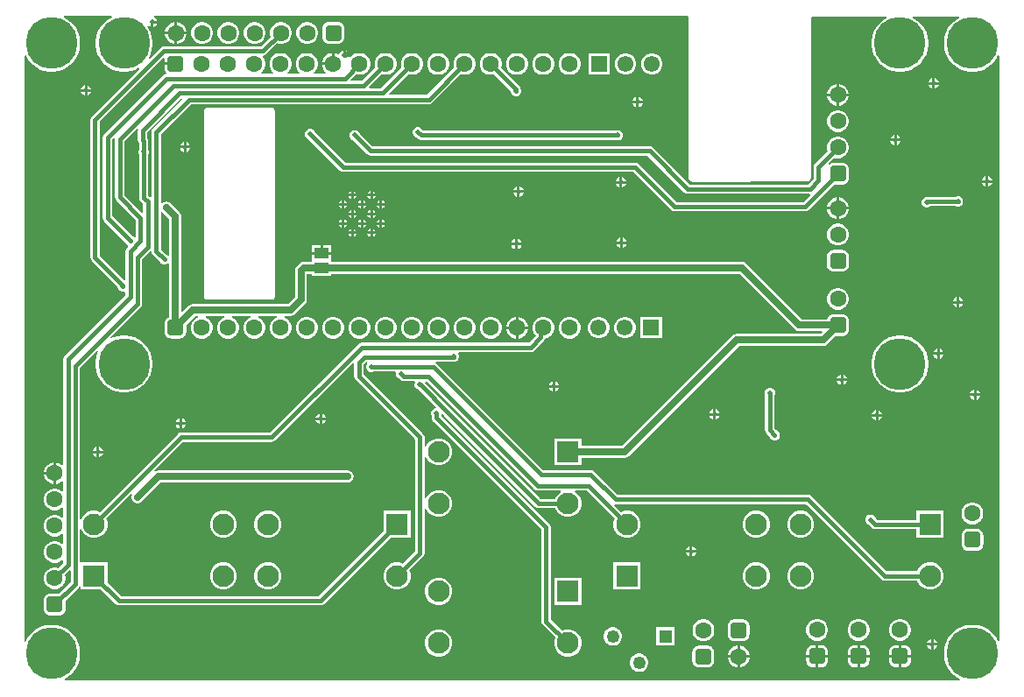
<source format=gbl>
G04*
G04 #@! TF.GenerationSoftware,Altium Limited,Altium Designer,23.10.1 (27)*
G04*
G04 Layer_Physical_Order=2*
G04 Layer_Color=16711680*
%FSLAX44Y44*%
%MOMM*%
G71*
G04*
G04 #@! TF.SameCoordinates,312DE8FD-0999-4980-B1F4-3DF31CF03A3F*
G04*
G04*
G04 #@! TF.FilePolarity,Positive*
G04*
G01*
G75*
%ADD21R,1.3500X1.1000*%
%ADD62C,0.6350*%
%ADD63C,0.3810*%
%ADD67R,2.1000X2.1000*%
%ADD68C,2.1000*%
%ADD69R,1.5500X1.5500*%
%ADD70C,1.5500*%
%ADD71C,1.6000*%
G04:AMPARAMS|DCode=72|XSize=1.6mm|YSize=1.6mm|CornerRadius=0.4mm|HoleSize=0mm|Usage=FLASHONLY|Rotation=180.000|XOffset=0mm|YOffset=0mm|HoleType=Round|Shape=RoundedRectangle|*
%AMROUNDEDRECTD72*
21,1,1.6000,0.8000,0,0,180.0*
21,1,0.8000,1.6000,0,0,180.0*
1,1,0.8000,-0.4000,0.4000*
1,1,0.8000,0.4000,0.4000*
1,1,0.8000,0.4000,-0.4000*
1,1,0.8000,-0.4000,-0.4000*
%
%ADD72ROUNDEDRECTD72*%
G04:AMPARAMS|DCode=73|XSize=1.6mm|YSize=1.6mm|CornerRadius=0.4mm|HoleSize=0mm|Usage=FLASHONLY|Rotation=90.000|XOffset=0mm|YOffset=0mm|HoleType=Round|Shape=RoundedRectangle|*
%AMROUNDEDRECTD73*
21,1,1.6000,0.8000,0,0,90.0*
21,1,0.8000,1.6000,0,0,90.0*
1,1,0.8000,0.4000,0.4000*
1,1,0.8000,0.4000,-0.4000*
1,1,0.8000,-0.4000,-0.4000*
1,1,0.8000,-0.4000,0.4000*
%
%ADD73ROUNDEDRECTD73*%
%ADD74C,1.2500*%
%ADD75R,1.2500X1.2500*%
%ADD76C,0.3000*%
%ADD77C,5.0000*%
%ADD78C,0.5000*%
G36*
X1246049Y1145286D02*
X1245880Y989939D01*
X1245882Y989928D01*
X1245880Y989917D01*
X1246030Y989184D01*
X1246174Y988452D01*
X1246181Y988443D01*
X1246183Y988431D01*
X1246602Y987811D01*
X1247015Y987191D01*
X1247025Y987185D01*
X1247031Y987175D01*
X1247655Y986762D01*
X1248275Y986348D01*
X1248286Y986345D01*
X1248295Y986339D01*
X1249028Y986197D01*
X1249761Y986050D01*
X1249772Y986052D01*
X1249783Y986050D01*
X1360097Y986570D01*
X1360830Y986719D01*
X1361313Y986816D01*
X1361645D01*
Y986915D01*
X1362204Y987292D01*
X1362829Y987710D01*
X1362833Y987716D01*
X1362839Y987720D01*
X1363252Y988345D01*
X1363669Y988972D01*
X1363671Y988979D01*
X1363675Y988985D01*
X1363817Y989718D01*
X1363963Y990459D01*
X1363796Y1144994D01*
X1364693Y1145893D01*
X1437358D01*
X1437663Y1144623D01*
X1435566Y1143554D01*
X1432059Y1141006D01*
X1428994Y1137941D01*
X1426446Y1134434D01*
X1424478Y1130572D01*
X1423138Y1126449D01*
X1422460Y1122168D01*
Y1117832D01*
X1423138Y1113551D01*
X1424478Y1109428D01*
X1426446Y1105566D01*
X1428994Y1102059D01*
X1432059Y1098994D01*
X1435566Y1096446D01*
X1439428Y1094478D01*
X1443551Y1093138D01*
X1447832Y1092460D01*
X1452168D01*
X1456449Y1093138D01*
X1460572Y1094478D01*
X1464434Y1096446D01*
X1467941Y1098994D01*
X1471006Y1102059D01*
X1473554Y1105566D01*
X1475522Y1109428D01*
X1476862Y1113551D01*
X1477540Y1117832D01*
Y1122168D01*
X1476862Y1126449D01*
X1475522Y1130572D01*
X1473554Y1134434D01*
X1471006Y1137941D01*
X1467941Y1141006D01*
X1464434Y1143554D01*
X1462337Y1144623D01*
X1462642Y1145893D01*
X1507358D01*
X1507663Y1144623D01*
X1505566Y1143554D01*
X1502059Y1141006D01*
X1498994Y1137941D01*
X1496446Y1134434D01*
X1494478Y1130572D01*
X1493138Y1126449D01*
X1492460Y1122168D01*
Y1117832D01*
X1493138Y1113551D01*
X1494478Y1109428D01*
X1496446Y1105566D01*
X1498994Y1102059D01*
X1502059Y1098994D01*
X1505566Y1096446D01*
X1509428Y1094478D01*
X1513551Y1093138D01*
X1517832Y1092460D01*
X1522168D01*
X1526449Y1093138D01*
X1530572Y1094478D01*
X1534434Y1096446D01*
X1537941Y1098994D01*
X1541006Y1102059D01*
X1543554Y1105566D01*
X1544889Y1108184D01*
X1546158Y1107879D01*
X1546008Y542416D01*
X1544738Y542112D01*
X1543554Y544434D01*
X1541006Y547941D01*
X1537941Y551006D01*
X1534434Y553554D01*
X1530572Y555522D01*
X1526449Y556862D01*
X1522168Y557540D01*
X1517832D01*
X1513551Y556862D01*
X1509428Y555522D01*
X1505566Y553554D01*
X1502059Y551006D01*
X1498994Y547941D01*
X1496446Y544434D01*
X1494478Y540572D01*
X1493138Y536449D01*
X1492460Y532168D01*
Y527832D01*
X1493138Y523551D01*
X1494478Y519428D01*
X1496446Y515566D01*
X1498994Y512059D01*
X1502059Y508994D01*
X1505566Y506446D01*
X1508038Y505186D01*
X1507733Y503916D01*
X642884Y504231D01*
X642580Y505501D01*
X644434Y506446D01*
X647941Y508994D01*
X651006Y512059D01*
X653554Y515566D01*
X655522Y519428D01*
X656862Y523551D01*
X657540Y527832D01*
Y532168D01*
X656862Y536449D01*
X655522Y540572D01*
X653554Y544434D01*
X651006Y547941D01*
X647941Y551006D01*
X644434Y553554D01*
X640572Y555522D01*
X636449Y556862D01*
X632168Y557540D01*
X627833D01*
X623551Y556862D01*
X619428Y555522D01*
X615566Y553554D01*
X612059Y551006D01*
X608994Y547941D01*
X606446Y544434D01*
X604996Y541590D01*
X603726Y541895D01*
X603877Y1107809D01*
X605148Y1108114D01*
X606446Y1105566D01*
X608994Y1102059D01*
X612059Y1098994D01*
X615566Y1096446D01*
X619428Y1094478D01*
X623551Y1093138D01*
X627833Y1092460D01*
X632168D01*
X636449Y1093138D01*
X640572Y1094478D01*
X644434Y1096446D01*
X647941Y1098994D01*
X651006Y1102059D01*
X653554Y1105566D01*
X655522Y1109428D01*
X656862Y1113551D01*
X657540Y1117832D01*
Y1122168D01*
X656862Y1126449D01*
X655522Y1130572D01*
X653554Y1134434D01*
X651006Y1137941D01*
X647941Y1141006D01*
X644434Y1143554D01*
X641765Y1144914D01*
X642070Y1146184D01*
X687930D01*
X688235Y1144914D01*
X685566Y1143554D01*
X682059Y1141006D01*
X678994Y1137941D01*
X676446Y1134434D01*
X674478Y1130572D01*
X673138Y1126449D01*
X672460Y1122168D01*
Y1117832D01*
X673138Y1113551D01*
X674478Y1109428D01*
X676446Y1105566D01*
X678994Y1102059D01*
X682059Y1098994D01*
X685566Y1096446D01*
X689428Y1094478D01*
X693551Y1093138D01*
X697832Y1092460D01*
X702168D01*
X706449Y1093138D01*
X710572Y1094478D01*
X714039Y1096244D01*
X714795Y1095204D01*
X668795Y1049205D01*
X667813Y1047734D01*
X667468Y1046000D01*
Y913000D01*
X667813Y911266D01*
X668795Y909795D01*
X694015Y884576D01*
Y883997D01*
X694782Y882145D01*
X696200Y880727D01*
X698053Y879960D01*
X700058D01*
X700412Y880107D01*
X701468Y879401D01*
Y876877D01*
X642795Y818205D01*
X641813Y816734D01*
X641468Y815000D01*
Y712434D01*
X640198Y711908D01*
X639472Y712634D01*
X637068Y714022D01*
X634388Y714740D01*
X634270D01*
Y704200D01*
Y693660D01*
X634388D01*
X637068Y694378D01*
X639472Y695766D01*
X640198Y696492D01*
X641468Y695966D01*
Y687034D01*
X640198Y686508D01*
X639472Y687234D01*
X637068Y688622D01*
X634388Y689340D01*
X631612D01*
X628932Y688622D01*
X626528Y687234D01*
X624566Y685272D01*
X623178Y682868D01*
X622460Y680188D01*
Y677412D01*
X623178Y674732D01*
X624566Y672328D01*
X626528Y670366D01*
X628932Y668978D01*
X631612Y668260D01*
X634388D01*
X637068Y668978D01*
X639472Y670366D01*
X640198Y671092D01*
X641468Y670566D01*
Y661634D01*
X640198Y661108D01*
X639472Y661834D01*
X637068Y663222D01*
X634388Y663940D01*
X631612D01*
X628932Y663222D01*
X626528Y661834D01*
X624566Y659872D01*
X623178Y657468D01*
X622460Y654788D01*
Y652012D01*
X623178Y649332D01*
X624566Y646928D01*
X626528Y644966D01*
X628932Y643578D01*
X631612Y642860D01*
X634388D01*
X637068Y643578D01*
X639472Y644966D01*
X640198Y645692D01*
X641468Y645166D01*
Y636234D01*
X640198Y635708D01*
X639472Y636434D01*
X637068Y637822D01*
X634388Y638540D01*
X631612D01*
X628932Y637822D01*
X626528Y636434D01*
X624566Y634472D01*
X623178Y632068D01*
X622460Y629388D01*
Y626612D01*
X623178Y623932D01*
X624566Y621528D01*
X626528Y619566D01*
X628932Y618178D01*
X631612Y617460D01*
X634388D01*
X637068Y618178D01*
X639472Y619566D01*
X640198Y620292D01*
X641468Y619766D01*
Y617477D01*
X636551Y612560D01*
X634388Y613140D01*
X631612D01*
X628932Y612422D01*
X626528Y611034D01*
X624566Y609072D01*
X623178Y606668D01*
X622460Y603988D01*
Y601212D01*
X623178Y598532D01*
X624566Y596128D01*
X626528Y594166D01*
X628932Y592778D01*
X631612Y592060D01*
X634388D01*
X637068Y592778D01*
X639472Y594166D01*
X641434Y596128D01*
X642822Y598532D01*
X643540Y601212D01*
Y603988D01*
X642960Y606151D01*
X647295Y610485D01*
X648468Y609999D01*
Y599077D01*
X637165Y587775D01*
X637000Y587796D01*
X629000D01*
X627293Y587572D01*
X625702Y586913D01*
X624336Y585864D01*
X623287Y584498D01*
X622628Y582907D01*
X622404Y581200D01*
Y573200D01*
X622628Y571493D01*
X623287Y569902D01*
X624336Y568536D01*
X625702Y567487D01*
X627293Y566828D01*
X629000Y566604D01*
X637000D01*
X638707Y566828D01*
X640298Y567487D01*
X641664Y568536D01*
X642713Y569902D01*
X643372Y571493D01*
X643596Y573200D01*
Y581200D01*
X643575Y581365D01*
X656205Y593995D01*
X656690Y594721D01*
X657960Y594336D01*
Y591960D01*
X677631D01*
X691795Y577795D01*
X693266Y576813D01*
X695000Y576468D01*
X695000Y576468D01*
X890000D01*
X891734Y576813D01*
X893205Y577795D01*
X957369Y641960D01*
X977040D01*
Y668040D01*
X950960D01*
Y648369D01*
X888123Y585532D01*
X696877D01*
X684040Y598369D01*
Y618040D01*
X658802D01*
X657960Y618040D01*
X657532Y619133D01*
Y649973D01*
X658802Y650140D01*
X658849Y649967D01*
X660565Y646993D01*
X662993Y644565D01*
X665967Y642849D01*
X669283Y641960D01*
X672717D01*
X676033Y642849D01*
X679007Y644565D01*
X681434Y646993D01*
X683151Y649967D01*
X684040Y653283D01*
Y656717D01*
X683151Y660033D01*
X682892Y660483D01*
X706995Y684586D01*
X707982Y683777D01*
X707617Y683230D01*
X707173Y681000D01*
X707617Y678770D01*
X708880Y676880D01*
X710770Y675617D01*
X713000Y675173D01*
X715230Y675617D01*
X717120Y676880D01*
X735414Y695173D01*
X916000D01*
X918230Y695617D01*
X920120Y696880D01*
X921383Y698770D01*
X921827Y701000D01*
X921383Y703230D01*
X920120Y705120D01*
X918230Y706383D01*
X916000Y706827D01*
X733000D01*
X730770Y706383D01*
X730223Y706018D01*
X729414Y707005D01*
X756877Y734468D01*
X843000D01*
X844734Y734813D01*
X846205Y735795D01*
X921198Y810789D01*
X922468Y810263D01*
Y798000D01*
X922813Y796266D01*
X923795Y794795D01*
X981468Y737123D01*
Y628877D01*
X969483Y616892D01*
X969033Y617151D01*
X965717Y618040D01*
X962283D01*
X958967Y617151D01*
X955993Y615435D01*
X953565Y613007D01*
X951849Y610033D01*
X950960Y606717D01*
Y603283D01*
X951849Y599967D01*
X953565Y596993D01*
X955993Y594565D01*
X958967Y592849D01*
X962283Y591960D01*
X965717D01*
X969033Y592849D01*
X972007Y594565D01*
X974435Y596993D01*
X976151Y599967D01*
X977040Y603283D01*
Y606717D01*
X976151Y610033D01*
X975892Y610483D01*
X989205Y623795D01*
X990187Y625266D01*
X990532Y627000D01*
Y669973D01*
X991802Y670140D01*
X991849Y669967D01*
X993565Y666993D01*
X995993Y664565D01*
X998967Y662849D01*
X1002283Y661960D01*
X1005717D01*
X1009033Y662849D01*
X1012007Y664565D01*
X1014435Y666993D01*
X1016151Y669967D01*
X1017040Y673283D01*
Y676717D01*
X1016151Y680033D01*
X1014435Y683007D01*
X1012007Y685435D01*
X1009033Y687151D01*
X1005717Y688040D01*
X1002283D01*
X998967Y687151D01*
X995993Y685435D01*
X993565Y683007D01*
X991849Y680033D01*
X991802Y679860D01*
X990532Y680027D01*
Y719973D01*
X991802Y720140D01*
X991849Y719967D01*
X993565Y716993D01*
X995993Y714565D01*
X998967Y712849D01*
X1002283Y711960D01*
X1005717D01*
X1009033Y712849D01*
X1012007Y714565D01*
X1014435Y716993D01*
X1016151Y719967D01*
X1017040Y723283D01*
Y726717D01*
X1016151Y730033D01*
X1014435Y733007D01*
X1012007Y735435D01*
X1009033Y737151D01*
X1005717Y738040D01*
X1002283D01*
X998967Y737151D01*
X995993Y735435D01*
X993565Y733007D01*
X991849Y730033D01*
X991802Y729860D01*
X990532Y730027D01*
Y739000D01*
X990532Y739000D01*
X990187Y740734D01*
X989205Y742205D01*
X989205Y742205D01*
X931532Y799877D01*
Y809123D01*
X934220Y811810D01*
X934790Y811713D01*
X935223Y810351D01*
X934727Y809855D01*
X933960Y808002D01*
Y805997D01*
X934727Y804145D01*
X936145Y802727D01*
X937998Y801960D01*
X940003D01*
X941229Y802468D01*
X962424D01*
X963130Y801412D01*
X962960Y801003D01*
Y798997D01*
X963727Y797145D01*
X965145Y795727D01*
X966921Y794992D01*
X967117Y794795D01*
X968588Y793813D01*
X970322Y793468D01*
X980681D01*
X981455Y792198D01*
X980960Y791003D01*
Y788997D01*
X981727Y787145D01*
X983145Y785727D01*
X984921Y784992D01*
X1001699Y768213D01*
X1001213Y767040D01*
X1000997D01*
X999145Y766273D01*
X997727Y764855D01*
X996960Y763002D01*
Y760997D01*
X997468Y759771D01*
Y758000D01*
X997813Y756266D01*
X998795Y754795D01*
X1103468Y650123D01*
Y561000D01*
X1103813Y559266D01*
X1104795Y557795D01*
X1117108Y545483D01*
X1116849Y545033D01*
X1115960Y541717D01*
Y538283D01*
X1116849Y534967D01*
X1118565Y531993D01*
X1120993Y529565D01*
X1123967Y527849D01*
X1127283Y526960D01*
X1130717D01*
X1134033Y527849D01*
X1137007Y529565D01*
X1139435Y531993D01*
X1141151Y534967D01*
X1142040Y538283D01*
Y541717D01*
X1141151Y545033D01*
X1139435Y548007D01*
X1137007Y550435D01*
X1134033Y552151D01*
X1130717Y553040D01*
X1127283D01*
X1123967Y552151D01*
X1123517Y551892D01*
X1112532Y562877D01*
Y652000D01*
X1112532Y652000D01*
X1112187Y653734D01*
X1111205Y655205D01*
X1111205Y655205D01*
X1006563Y759846D01*
X1007040Y760997D01*
Y761213D01*
X1008213Y761699D01*
X1009092Y760821D01*
X1009740Y759850D01*
X1097795Y671795D01*
X1099266Y670813D01*
X1101000Y670468D01*
X1101000Y670468D01*
X1116714D01*
X1116849Y669967D01*
X1118565Y666993D01*
X1120993Y664565D01*
X1123967Y662849D01*
X1127283Y661960D01*
X1130717D01*
X1134033Y662849D01*
X1137007Y664565D01*
X1139435Y666993D01*
X1141151Y669967D01*
X1142040Y673283D01*
Y676717D01*
X1141151Y680033D01*
X1139435Y683007D01*
X1137007Y685435D01*
X1135685Y686198D01*
X1136025Y687468D01*
X1147123D01*
X1174108Y660483D01*
X1173849Y660033D01*
X1172960Y656717D01*
Y653283D01*
X1173849Y649967D01*
X1175565Y646993D01*
X1177993Y644565D01*
X1180967Y642849D01*
X1184283Y641960D01*
X1187717D01*
X1191033Y642849D01*
X1194007Y644565D01*
X1196434Y646993D01*
X1198151Y649967D01*
X1199040Y653283D01*
Y656717D01*
X1198151Y660033D01*
X1196434Y663007D01*
X1194007Y665435D01*
X1191033Y667151D01*
X1187717Y668040D01*
X1184283D01*
X1180967Y667151D01*
X1180517Y666892D01*
X1174047Y673363D01*
X1174672Y674533D01*
X1175000Y674468D01*
X1175000Y674468D01*
X1359123D01*
X1431795Y601795D01*
X1431795Y601795D01*
X1433266Y600813D01*
X1435000Y600468D01*
X1435000Y600468D01*
X1466714D01*
X1466849Y599967D01*
X1468565Y596993D01*
X1470993Y594565D01*
X1473967Y592849D01*
X1477283Y591960D01*
X1480717D01*
X1484033Y592849D01*
X1487007Y594565D01*
X1489435Y596993D01*
X1491151Y599967D01*
X1492040Y603283D01*
Y606717D01*
X1491151Y610033D01*
X1489435Y613007D01*
X1487007Y615435D01*
X1484033Y617151D01*
X1480717Y618040D01*
X1477283D01*
X1473967Y617151D01*
X1470993Y615435D01*
X1468565Y613007D01*
X1466849Y610033D01*
X1466714Y609532D01*
X1436877D01*
X1364205Y682205D01*
X1362734Y683187D01*
X1361000Y683532D01*
X1176877D01*
X1154205Y706205D01*
X1152734Y707187D01*
X1151000Y707532D01*
X1104877D01*
X1002205Y810205D01*
X1001059Y810970D01*
X1001444Y812240D01*
X1017321D01*
X1017998Y811960D01*
X1020003D01*
X1021855Y812727D01*
X1023273Y814145D01*
X1024040Y815997D01*
Y818002D01*
X1023273Y819855D01*
X1022930Y820198D01*
X1023456Y821468D01*
X1093000D01*
X1094734Y821813D01*
X1096205Y822795D01*
X1106172Y832763D01*
X1106172Y832763D01*
X1107155Y834233D01*
X1107229Y834605D01*
X1109368Y835178D01*
X1111772Y836566D01*
X1113734Y838528D01*
X1115122Y840932D01*
X1115840Y843612D01*
Y846388D01*
X1115122Y849068D01*
X1113734Y851472D01*
X1111772Y853434D01*
X1109368Y854822D01*
X1106688Y855540D01*
X1103912D01*
X1101232Y854822D01*
X1098828Y853434D01*
X1096866Y851472D01*
X1095478Y849068D01*
X1094760Y846388D01*
Y843612D01*
X1095478Y840932D01*
X1096866Y838528D01*
X1097992Y837402D01*
X1091123Y830532D01*
X930000D01*
X928266Y830187D01*
X926795Y829205D01*
X841123Y743532D01*
X755000D01*
X755000Y743532D01*
X753266Y743187D01*
X751795Y742205D01*
X676482Y666892D01*
X676033Y667151D01*
X672717Y668040D01*
X669283D01*
X665967Y667151D01*
X662993Y665435D01*
X660565Y663007D01*
X658849Y660033D01*
X658802Y659860D01*
X657532Y660027D01*
Y806123D01*
X674165Y822756D01*
X675206Y822000D01*
X674478Y820572D01*
X673138Y816449D01*
X672460Y812168D01*
Y807832D01*
X673138Y803551D01*
X674478Y799428D01*
X676446Y795566D01*
X678994Y792059D01*
X682059Y788994D01*
X685566Y786446D01*
X689428Y784478D01*
X693551Y783138D01*
X697832Y782460D01*
X702168D01*
X706449Y783138D01*
X710572Y784478D01*
X714434Y786446D01*
X717941Y788994D01*
X721006Y792059D01*
X723554Y795566D01*
X725522Y799428D01*
X726862Y803551D01*
X727540Y807832D01*
Y812168D01*
X726862Y816449D01*
X725522Y820572D01*
X723554Y824434D01*
X721006Y827941D01*
X717941Y831006D01*
X714434Y833554D01*
X710572Y835522D01*
X706449Y836862D01*
X702168Y837540D01*
X697832D01*
X693551Y836862D01*
X689428Y835522D01*
X688000Y834794D01*
X687244Y835835D01*
X716205Y864795D01*
X716205Y864795D01*
X717187Y866266D01*
X717532Y868000D01*
Y911123D01*
X725237Y918828D01*
X726590Y918385D01*
X726813Y917266D01*
X727795Y915795D01*
X734219Y909371D01*
X734727Y908145D01*
X736145Y906727D01*
X737998Y905960D01*
X740003D01*
X741855Y906727D01*
X742603Y907475D01*
X743873Y906949D01*
Y855322D01*
X742402Y854713D01*
X741036Y853664D01*
X739987Y852298D01*
X739328Y850707D01*
X739104Y849000D01*
Y841000D01*
X739328Y839293D01*
X739987Y837702D01*
X741036Y836336D01*
X742402Y835287D01*
X743993Y834628D01*
X745700Y834404D01*
X753700D01*
X755407Y834628D01*
X756998Y835287D01*
X758364Y836336D01*
X759413Y837702D01*
X760072Y839293D01*
X760296Y841000D01*
Y847356D01*
X769114Y856173D01*
X771168D01*
X771335Y854903D01*
X771032Y854822D01*
X768628Y853434D01*
X766666Y851472D01*
X765278Y849068D01*
X764560Y846388D01*
Y843612D01*
X765278Y840932D01*
X766666Y838528D01*
X768628Y836566D01*
X771032Y835178D01*
X773712Y834460D01*
X776488D01*
X779168Y835178D01*
X781572Y836566D01*
X783534Y838528D01*
X784922Y840932D01*
X785640Y843612D01*
Y846388D01*
X784922Y849068D01*
X783534Y851472D01*
X781572Y853434D01*
X779168Y854822D01*
X778865Y854903D01*
X779032Y856173D01*
X796568D01*
X796735Y854903D01*
X796432Y854822D01*
X794028Y853434D01*
X792066Y851472D01*
X790678Y849068D01*
X789960Y846388D01*
Y843612D01*
X790678Y840932D01*
X792066Y838528D01*
X794028Y836566D01*
X796432Y835178D01*
X799112Y834460D01*
X801888D01*
X804568Y835178D01*
X806972Y836566D01*
X808934Y838528D01*
X810322Y840932D01*
X811040Y843612D01*
Y846388D01*
X810322Y849068D01*
X808934Y851472D01*
X806972Y853434D01*
X804568Y854822D01*
X804265Y854903D01*
X804432Y856173D01*
X821968D01*
X822135Y854903D01*
X821832Y854822D01*
X819428Y853434D01*
X817466Y851472D01*
X816078Y849068D01*
X815360Y846388D01*
Y843612D01*
X816078Y840932D01*
X817466Y838528D01*
X819428Y836566D01*
X821832Y835178D01*
X824512Y834460D01*
X827288D01*
X829968Y835178D01*
X832372Y836566D01*
X834334Y838528D01*
X835722Y840932D01*
X836440Y843612D01*
Y846388D01*
X835722Y849068D01*
X834334Y851472D01*
X832372Y853434D01*
X829968Y854822D01*
X829665Y854903D01*
X829832Y856173D01*
X847368D01*
X847535Y854903D01*
X847232Y854822D01*
X844828Y853434D01*
X842866Y851472D01*
X841478Y849068D01*
X840760Y846388D01*
Y843612D01*
X841478Y840932D01*
X842866Y838528D01*
X844828Y836566D01*
X847232Y835178D01*
X849912Y834460D01*
X852688D01*
X855368Y835178D01*
X857772Y836566D01*
X859734Y838528D01*
X861122Y840932D01*
X861840Y843612D01*
Y846388D01*
X861122Y849068D01*
X859734Y851472D01*
X857772Y853434D01*
X855368Y854822D01*
X855065Y854903D01*
X855232Y856173D01*
X861000D01*
X863230Y856617D01*
X865120Y857880D01*
X875120Y867880D01*
X876383Y869770D01*
X876827Y872000D01*
Y897173D01*
X881710D01*
Y894960D01*
X900290D01*
Y897173D01*
X1294586D01*
X1348580Y843180D01*
X1350470Y841917D01*
X1352700Y841473D01*
X1374273D01*
X1374759Y840300D01*
X1373286Y838827D01*
X1292000D01*
X1289770Y838383D01*
X1287880Y837120D01*
X1181586Y730827D01*
X1142040D01*
Y738040D01*
X1115960D01*
Y711960D01*
X1142040D01*
Y719173D01*
X1184000D01*
X1186230Y719617D01*
X1188120Y720880D01*
X1294414Y827173D01*
X1375700D01*
X1377930Y827617D01*
X1379820Y828880D01*
X1387644Y836704D01*
X1394000D01*
X1395707Y836928D01*
X1397298Y837587D01*
X1398664Y838636D01*
X1399713Y840002D01*
X1400372Y841593D01*
X1400596Y843300D01*
Y851300D01*
X1400372Y853007D01*
X1399713Y854598D01*
X1398664Y855964D01*
X1397298Y857013D01*
X1395707Y857672D01*
X1394000Y857896D01*
X1386000D01*
X1384293Y857672D01*
X1382702Y857013D01*
X1381336Y855964D01*
X1380287Y854598D01*
X1379678Y853127D01*
X1355114D01*
X1301120Y907120D01*
X1299230Y908383D01*
X1297000Y908827D01*
X900290D01*
Y915730D01*
X891000D01*
X881710D01*
Y908827D01*
X874000D01*
X871770Y908383D01*
X869880Y907120D01*
X866880Y904120D01*
X865617Y902230D01*
X865173Y900000D01*
Y874414D01*
X858586Y867827D01*
X766700D01*
X764470Y867383D01*
X762580Y866120D01*
X756700Y860241D01*
X755527Y860727D01*
Y952300D01*
X755083Y954530D01*
X753820Y956420D01*
X745120Y965120D01*
X743230Y966383D01*
X741000Y966827D01*
X738770Y966383D01*
X736880Y965120D01*
X736802Y965004D01*
X735532Y965389D01*
Y1032123D01*
X764527Y1061118D01*
X994650D01*
X996384Y1061463D01*
X997855Y1062445D01*
X1025449Y1090040D01*
X1027612Y1089460D01*
X1030388D01*
X1033068Y1090178D01*
X1035472Y1091566D01*
X1037434Y1093528D01*
X1038822Y1095932D01*
X1039540Y1098612D01*
Y1101388D01*
X1038822Y1104068D01*
X1037434Y1106472D01*
X1035472Y1108434D01*
X1033068Y1109822D01*
X1030388Y1110540D01*
X1027612D01*
X1024932Y1109822D01*
X1022528Y1108434D01*
X1020566Y1106472D01*
X1019178Y1104068D01*
X1018460Y1101388D01*
Y1098612D01*
X1019040Y1096449D01*
X992773Y1070182D01*
X956451D01*
X955965Y1071355D01*
X974649Y1090040D01*
X976812Y1089460D01*
X979588D01*
X982268Y1090178D01*
X984672Y1091566D01*
X986634Y1093528D01*
X988022Y1095932D01*
X988740Y1098612D01*
Y1101388D01*
X988022Y1104068D01*
X986634Y1106472D01*
X984672Y1108434D01*
X982268Y1109822D01*
X979588Y1110540D01*
X976812D01*
X974132Y1109822D01*
X971728Y1108434D01*
X969766Y1106472D01*
X968378Y1104068D01*
X967660Y1101388D01*
Y1098612D01*
X968240Y1096449D01*
X948323Y1076532D01*
X937401D01*
X936915Y1077705D01*
X949249Y1090040D01*
X951412Y1089460D01*
X954188D01*
X956868Y1090178D01*
X959272Y1091566D01*
X961234Y1093528D01*
X962622Y1095932D01*
X963340Y1098612D01*
Y1101388D01*
X962622Y1104068D01*
X961234Y1106472D01*
X959272Y1108434D01*
X956868Y1109822D01*
X954188Y1110540D01*
X951412D01*
X948732Y1109822D01*
X946328Y1108434D01*
X944366Y1106472D01*
X942978Y1104068D01*
X942260Y1101388D01*
Y1098612D01*
X942840Y1096449D01*
X929923Y1083532D01*
X919001D01*
X918515Y1084705D01*
X923849Y1090040D01*
X926012Y1089460D01*
X928788D01*
X931468Y1090178D01*
X933872Y1091566D01*
X935834Y1093528D01*
X937222Y1095932D01*
X937940Y1098612D01*
Y1101388D01*
X937222Y1104068D01*
X935834Y1106472D01*
X933872Y1108434D01*
X931468Y1109822D01*
X928788Y1110540D01*
X926012D01*
X923332Y1109822D01*
X920928Y1108434D01*
X919241Y1106747D01*
X919003Y1106815D01*
X913028D01*
Y1108085D01*
X911758D01*
Y1113015D01*
X910173Y1112358D01*
X908755Y1110940D01*
X908353Y1109969D01*
X906815Y1109391D01*
X906068Y1109822D01*
X903388Y1110540D01*
X903270D01*
Y1100000D01*
X902000D01*
Y1098730D01*
X891460D01*
Y1098612D01*
X892178Y1095932D01*
X893566Y1093528D01*
X895292Y1091802D01*
X894958Y1090532D01*
X883642D01*
X883308Y1091802D01*
X885034Y1093528D01*
X886422Y1095932D01*
X887140Y1098612D01*
Y1101388D01*
X886422Y1104068D01*
X885034Y1106472D01*
X883072Y1108434D01*
X880668Y1109822D01*
X877988Y1110540D01*
X875212D01*
X872532Y1109822D01*
X870128Y1108434D01*
X868166Y1106472D01*
X866778Y1104068D01*
X866060Y1101388D01*
Y1098612D01*
X866778Y1095932D01*
X868166Y1093528D01*
X869892Y1091802D01*
X869558Y1090532D01*
X858242D01*
X857908Y1091802D01*
X859634Y1093528D01*
X861022Y1095932D01*
X861740Y1098612D01*
Y1101388D01*
X861022Y1104068D01*
X859634Y1106472D01*
X857672Y1108434D01*
X855268Y1109822D01*
X852588Y1110540D01*
X849812D01*
X847132Y1109822D01*
X844728Y1108434D01*
X842766Y1106472D01*
X841378Y1104068D01*
X840660Y1101388D01*
Y1098612D01*
X841378Y1095932D01*
X842766Y1093528D01*
X844492Y1091802D01*
X844158Y1090532D01*
X832842D01*
X832508Y1091802D01*
X834234Y1093528D01*
X835622Y1095932D01*
X836340Y1098612D01*
Y1101388D01*
X835622Y1104068D01*
X834234Y1106472D01*
X833975Y1106730D01*
X834499Y1108003D01*
X835779Y1108258D01*
X837250Y1109240D01*
X848049Y1120040D01*
X850212Y1119460D01*
X852988D01*
X855668Y1120178D01*
X858072Y1121566D01*
X860034Y1123528D01*
X861422Y1125932D01*
X862140Y1128612D01*
Y1131388D01*
X861422Y1134068D01*
X860034Y1136472D01*
X858072Y1138434D01*
X855668Y1139822D01*
X852988Y1140540D01*
X850212D01*
X847532Y1139822D01*
X845128Y1138434D01*
X843166Y1136472D01*
X841778Y1134068D01*
X841060Y1131388D01*
Y1128612D01*
X841640Y1126449D01*
X832168Y1116977D01*
X738445D01*
X738445Y1116977D01*
X736711Y1116632D01*
X735240Y1115650D01*
X724796Y1105205D01*
X723756Y1105961D01*
X725522Y1109428D01*
X726862Y1113551D01*
X727540Y1117832D01*
Y1122168D01*
X726862Y1126449D01*
X725522Y1130572D01*
X723554Y1134434D01*
X722203Y1136295D01*
X723171Y1137122D01*
X724304Y1135989D01*
X725889Y1135333D01*
Y1140262D01*
X727159D01*
Y1141532D01*
X732088D01*
X731432Y1143117D01*
X730014Y1144535D01*
X729097Y1144914D01*
X729350Y1146184D01*
X1245151D01*
X1246049Y1145286D01*
D02*
G37*
G36*
X755596Y1066801D02*
X756014Y1065423D01*
X727795Y1037205D01*
X726813Y1035734D01*
X726468Y1034000D01*
Y971576D01*
X725198Y971050D01*
X723532Y972716D01*
Y1012771D01*
X724040Y1013997D01*
Y1016003D01*
X723532Y1017229D01*
Y1025161D01*
X723532Y1025161D01*
X723187Y1026895D01*
X722532Y1027876D01*
Y1034123D01*
X755274Y1066865D01*
X755596Y1066801D01*
D02*
G37*
G36*
X713533Y1036328D02*
X713468Y1036000D01*
Y1026161D01*
X713813Y1024427D01*
X714468Y1023446D01*
Y1017229D01*
X713960Y1016003D01*
Y1013997D01*
X714468Y1012771D01*
Y970839D01*
X714813Y969105D01*
X715795Y967634D01*
X718468Y964962D01*
Y956738D01*
X717198Y956211D01*
X700532Y972877D01*
Y1025123D01*
X712363Y1036953D01*
X713533Y1036328D01*
D02*
G37*
G36*
X690530Y1028796D02*
X691544Y1027384D01*
X691468Y1027000D01*
Y971000D01*
X691813Y969266D01*
X692795Y967795D01*
X711219Y949371D01*
X711468Y948771D01*
Y932288D01*
X710563Y931960D01*
X710198Y931930D01*
X708855Y933273D01*
X707629Y933781D01*
X688532Y952877D01*
Y1027123D01*
X690243Y1028833D01*
X690530Y1028796D01*
D02*
G37*
G36*
X736880Y956880D02*
X743873Y949886D01*
Y915051D01*
X742603Y914525D01*
X741855Y915273D01*
X740629Y915781D01*
X735532Y920877D01*
Y956611D01*
X736802Y956996D01*
X736880Y956880D01*
D02*
G37*
G36*
X739125Y1104919D02*
X739004Y1104000D01*
Y1101270D01*
X749600D01*
Y1098730D01*
X739004D01*
Y1096000D01*
X739228Y1094293D01*
X739887Y1092702D01*
X740617Y1091751D01*
X740284Y1090535D01*
X740143Y1090362D01*
X739266Y1090187D01*
X737795Y1089205D01*
X737795Y1089205D01*
X680795Y1032205D01*
X679813Y1030734D01*
X679468Y1029000D01*
Y951000D01*
X679813Y949266D01*
X680795Y947795D01*
X701219Y927371D01*
X701727Y926145D01*
X703145Y924727D01*
X703626Y924528D01*
X703873Y923283D01*
X702795Y922205D01*
X701813Y920734D01*
X701468Y919000D01*
Y891601D01*
X700295Y891115D01*
X676532Y914877D01*
Y1044123D01*
X737922Y1105512D01*
X739125Y1104919D01*
D02*
G37*
G36*
X1096795Y688795D02*
X1098266Y687813D01*
X1100000Y687468D01*
X1121975D01*
X1122315Y686198D01*
X1120993Y685435D01*
X1118565Y683007D01*
X1116849Y680033D01*
X1116714Y679532D01*
X1102877D01*
X1016798Y765611D01*
X1016150Y766582D01*
X990907Y791825D01*
X991477Y793051D01*
X992455Y793136D01*
X1096795Y688795D01*
D02*
G37*
%LPC*%
G36*
X732088Y1138992D02*
X728429D01*
Y1135333D01*
X730014Y1135989D01*
X731432Y1137407D01*
X732088Y1138992D01*
D02*
G37*
G36*
X751388Y1140540D02*
X751270D01*
Y1131270D01*
X760540D01*
Y1131388D01*
X759822Y1134068D01*
X758434Y1136472D01*
X756472Y1138434D01*
X754068Y1139822D01*
X751388Y1140540D01*
D02*
G37*
G36*
X748730D02*
X748612D01*
X745932Y1139822D01*
X743528Y1138434D01*
X741566Y1136472D01*
X740178Y1134068D01*
X739460Y1131388D01*
Y1131270D01*
X748730D01*
Y1140540D01*
D02*
G37*
G36*
X878388D02*
X875612D01*
X872932Y1139822D01*
X870528Y1138434D01*
X868566Y1136472D01*
X867178Y1134068D01*
X866460Y1131388D01*
Y1128612D01*
X867178Y1125932D01*
X868566Y1123528D01*
X870528Y1121566D01*
X872932Y1120178D01*
X875612Y1119460D01*
X878388D01*
X881068Y1120178D01*
X883472Y1121566D01*
X885434Y1123528D01*
X886822Y1125932D01*
X887540Y1128612D01*
Y1131388D01*
X886822Y1134068D01*
X885434Y1136472D01*
X883472Y1138434D01*
X881068Y1139822D01*
X878388Y1140540D01*
D02*
G37*
G36*
X827588D02*
X824812D01*
X822132Y1139822D01*
X819728Y1138434D01*
X817766Y1136472D01*
X816378Y1134068D01*
X815660Y1131388D01*
Y1128612D01*
X816378Y1125932D01*
X817766Y1123528D01*
X819728Y1121566D01*
X822132Y1120178D01*
X824812Y1119460D01*
X827588D01*
X830268Y1120178D01*
X832672Y1121566D01*
X834634Y1123528D01*
X836022Y1125932D01*
X836740Y1128612D01*
Y1131388D01*
X836022Y1134068D01*
X834634Y1136472D01*
X832672Y1138434D01*
X830268Y1139822D01*
X827588Y1140540D01*
D02*
G37*
G36*
X802188D02*
X799412D01*
X796732Y1139822D01*
X794328Y1138434D01*
X792366Y1136472D01*
X790978Y1134068D01*
X790260Y1131388D01*
Y1128612D01*
X790978Y1125932D01*
X792366Y1123528D01*
X794328Y1121566D01*
X796732Y1120178D01*
X799412Y1119460D01*
X802188D01*
X804868Y1120178D01*
X807272Y1121566D01*
X809234Y1123528D01*
X810622Y1125932D01*
X811340Y1128612D01*
Y1131388D01*
X810622Y1134068D01*
X809234Y1136472D01*
X807272Y1138434D01*
X804868Y1139822D01*
X802188Y1140540D01*
D02*
G37*
G36*
X776788D02*
X774012D01*
X771332Y1139822D01*
X768928Y1138434D01*
X766966Y1136472D01*
X765578Y1134068D01*
X764860Y1131388D01*
Y1128612D01*
X765578Y1125932D01*
X766966Y1123528D01*
X768928Y1121566D01*
X771332Y1120178D01*
X774012Y1119460D01*
X776788D01*
X779468Y1120178D01*
X781872Y1121566D01*
X783834Y1123528D01*
X785222Y1125932D01*
X785940Y1128612D01*
Y1131388D01*
X785222Y1134068D01*
X783834Y1136472D01*
X781872Y1138434D01*
X779468Y1139822D01*
X776788Y1140540D01*
D02*
G37*
G36*
X760540Y1128730D02*
X751270D01*
Y1119460D01*
X751388D01*
X754068Y1120178D01*
X756472Y1121566D01*
X758434Y1123528D01*
X759822Y1125932D01*
X760540Y1128612D01*
Y1128730D01*
D02*
G37*
G36*
X748730D02*
X739460D01*
Y1128612D01*
X740178Y1125932D01*
X741566Y1123528D01*
X743528Y1121566D01*
X745932Y1120178D01*
X748612Y1119460D01*
X748730D01*
Y1128730D01*
D02*
G37*
G36*
X906400Y1140596D02*
X898400D01*
X896693Y1140372D01*
X895102Y1139713D01*
X893736Y1138664D01*
X892687Y1137298D01*
X892028Y1135707D01*
X891804Y1134000D01*
Y1126000D01*
X892028Y1124293D01*
X892687Y1122702D01*
X893736Y1121336D01*
X895102Y1120287D01*
X896693Y1119628D01*
X898400Y1119404D01*
X906400D01*
X908107Y1119628D01*
X909698Y1120287D01*
X911064Y1121336D01*
X912113Y1122702D01*
X912772Y1124293D01*
X912996Y1126000D01*
Y1134000D01*
X912772Y1135707D01*
X912113Y1137298D01*
X911064Y1138664D01*
X909698Y1139713D01*
X908107Y1140372D01*
X906400Y1140596D01*
D02*
G37*
G36*
X914298Y1113015D02*
Y1109355D01*
X917957D01*
X917301Y1110940D01*
X915883Y1112358D01*
X914298Y1113015D01*
D02*
G37*
G36*
X900730Y1110540D02*
X900612D01*
X897932Y1109822D01*
X895528Y1108434D01*
X893566Y1106472D01*
X892178Y1104068D01*
X891460Y1101388D01*
Y1101270D01*
X900730D01*
Y1110540D01*
D02*
G37*
G36*
X1211555Y1110290D02*
X1208845D01*
X1206228Y1109589D01*
X1203882Y1108234D01*
X1201966Y1106318D01*
X1200611Y1103972D01*
X1199910Y1101355D01*
Y1098645D01*
X1200611Y1096028D01*
X1201966Y1093682D01*
X1203882Y1091766D01*
X1206228Y1090411D01*
X1208845Y1089710D01*
X1211555D01*
X1214172Y1090411D01*
X1216518Y1091766D01*
X1218434Y1093682D01*
X1219789Y1096028D01*
X1220490Y1098645D01*
Y1101355D01*
X1219789Y1103972D01*
X1218434Y1106318D01*
X1216518Y1108234D01*
X1214172Y1109589D01*
X1211555Y1110290D01*
D02*
G37*
G36*
X1186155D02*
X1183445D01*
X1180828Y1109589D01*
X1178482Y1108234D01*
X1176566Y1106318D01*
X1175211Y1103972D01*
X1174510Y1101355D01*
Y1098645D01*
X1175211Y1096028D01*
X1176566Y1093682D01*
X1178482Y1091766D01*
X1180828Y1090411D01*
X1183445Y1089710D01*
X1186155D01*
X1188772Y1090411D01*
X1191118Y1091766D01*
X1193034Y1093682D01*
X1194389Y1096028D01*
X1195090Y1098645D01*
Y1101355D01*
X1194389Y1103972D01*
X1193034Y1106318D01*
X1191118Y1108234D01*
X1188772Y1109589D01*
X1186155Y1110290D01*
D02*
G37*
G36*
X1169690D02*
X1149110D01*
Y1089710D01*
X1169690D01*
Y1110290D01*
D02*
G37*
G36*
X1131988Y1110540D02*
X1129212D01*
X1126532Y1109822D01*
X1124128Y1108434D01*
X1122166Y1106472D01*
X1120778Y1104068D01*
X1120060Y1101388D01*
Y1098612D01*
X1120778Y1095932D01*
X1122166Y1093528D01*
X1124128Y1091566D01*
X1126532Y1090178D01*
X1129212Y1089460D01*
X1131988D01*
X1134668Y1090178D01*
X1137072Y1091566D01*
X1139034Y1093528D01*
X1140422Y1095932D01*
X1141140Y1098612D01*
Y1101388D01*
X1140422Y1104068D01*
X1139034Y1106472D01*
X1137072Y1108434D01*
X1134668Y1109822D01*
X1131988Y1110540D01*
D02*
G37*
G36*
X1106588D02*
X1103812D01*
X1101132Y1109822D01*
X1098728Y1108434D01*
X1096766Y1106472D01*
X1095378Y1104068D01*
X1094660Y1101388D01*
Y1098612D01*
X1095378Y1095932D01*
X1096766Y1093528D01*
X1098728Y1091566D01*
X1101132Y1090178D01*
X1103812Y1089460D01*
X1106588D01*
X1109268Y1090178D01*
X1111672Y1091566D01*
X1113634Y1093528D01*
X1115022Y1095932D01*
X1115740Y1098612D01*
Y1101388D01*
X1115022Y1104068D01*
X1113634Y1106472D01*
X1111672Y1108434D01*
X1109268Y1109822D01*
X1106588Y1110540D01*
D02*
G37*
G36*
X1081188D02*
X1078412D01*
X1075732Y1109822D01*
X1073328Y1108434D01*
X1071366Y1106472D01*
X1069978Y1104068D01*
X1069260Y1101388D01*
Y1098612D01*
X1069978Y1095932D01*
X1071366Y1093528D01*
X1073328Y1091566D01*
X1075732Y1090178D01*
X1078412Y1089460D01*
X1081188D01*
X1083868Y1090178D01*
X1086272Y1091566D01*
X1088234Y1093528D01*
X1089622Y1095932D01*
X1090340Y1098612D01*
Y1101388D01*
X1089622Y1104068D01*
X1088234Y1106472D01*
X1086272Y1108434D01*
X1083868Y1109822D01*
X1081188Y1110540D01*
D02*
G37*
G36*
X1004988D02*
X1002212D01*
X999532Y1109822D01*
X997128Y1108434D01*
X995166Y1106472D01*
X993778Y1104068D01*
X993060Y1101388D01*
Y1098612D01*
X993778Y1095932D01*
X995166Y1093528D01*
X997128Y1091566D01*
X999532Y1090178D01*
X1002212Y1089460D01*
X1004988D01*
X1007668Y1090178D01*
X1010072Y1091566D01*
X1012034Y1093528D01*
X1013422Y1095932D01*
X1014140Y1098612D01*
Y1101388D01*
X1013422Y1104068D01*
X1012034Y1106472D01*
X1010072Y1108434D01*
X1007668Y1109822D01*
X1004988Y1110540D01*
D02*
G37*
G36*
X1483786Y1086092D02*
Y1082433D01*
X1487445D01*
X1486789Y1084018D01*
X1485371Y1085436D01*
X1483786Y1086092D01*
D02*
G37*
G36*
X1481246D02*
X1479661Y1085436D01*
X1478244Y1084018D01*
X1477587Y1082433D01*
X1481246D01*
Y1086092D01*
D02*
G37*
G36*
X1487445Y1079893D02*
X1483786D01*
Y1076234D01*
X1485371Y1076890D01*
X1486789Y1078308D01*
X1487445Y1079893D01*
D02*
G37*
G36*
X1481246D02*
X1477587D01*
X1478244Y1078308D01*
X1479661Y1076890D01*
X1481246Y1076234D01*
Y1079893D01*
D02*
G37*
G36*
X664405Y1079321D02*
Y1075661D01*
X668064D01*
X667408Y1077246D01*
X665990Y1078664D01*
X664405Y1079321D01*
D02*
G37*
G36*
X661865D02*
X660280Y1078664D01*
X658862Y1077246D01*
X658206Y1075661D01*
X661865D01*
Y1079321D01*
D02*
G37*
G36*
X1391388Y1080540D02*
X1391270D01*
Y1071270D01*
X1400540D01*
Y1071388D01*
X1399822Y1074068D01*
X1398434Y1076472D01*
X1396472Y1078434D01*
X1394068Y1079822D01*
X1391388Y1080540D01*
D02*
G37*
G36*
X1388730D02*
X1388612D01*
X1385932Y1079822D01*
X1383528Y1078434D01*
X1381566Y1076472D01*
X1380178Y1074068D01*
X1379460Y1071388D01*
Y1071270D01*
X1388730D01*
Y1080540D01*
D02*
G37*
G36*
X668064Y1073121D02*
X664405D01*
Y1069462D01*
X665990Y1070119D01*
X667408Y1071536D01*
X668064Y1073121D01*
D02*
G37*
G36*
X661865D02*
X658206D01*
X658862Y1071536D01*
X660280Y1070119D01*
X661865Y1069462D01*
Y1073121D01*
D02*
G37*
G36*
X1055788Y1110540D02*
X1053012D01*
X1050332Y1109822D01*
X1047928Y1108434D01*
X1045966Y1106472D01*
X1044578Y1104068D01*
X1043860Y1101388D01*
Y1098612D01*
X1044578Y1095932D01*
X1045966Y1093528D01*
X1047928Y1091566D01*
X1050332Y1090178D01*
X1053012Y1089460D01*
X1055788D01*
X1057951Y1090040D01*
X1073960Y1074031D01*
Y1072998D01*
X1074727Y1071145D01*
X1076145Y1069727D01*
X1077998Y1068960D01*
X1080003D01*
X1081855Y1069727D01*
X1083273Y1071145D01*
X1084040Y1072998D01*
Y1075003D01*
X1083273Y1076855D01*
X1083008Y1077120D01*
X1082959Y1077362D01*
X1081977Y1078832D01*
X1064360Y1096449D01*
X1064940Y1098612D01*
Y1101388D01*
X1064222Y1104068D01*
X1062834Y1106472D01*
X1060872Y1108434D01*
X1058468Y1109822D01*
X1055788Y1110540D01*
D02*
G37*
G36*
X1197555Y1068119D02*
Y1064460D01*
X1201214D01*
X1200558Y1066045D01*
X1199140Y1067463D01*
X1197555Y1068119D01*
D02*
G37*
G36*
X1195015D02*
X1193430Y1067463D01*
X1192012Y1066045D01*
X1191356Y1064460D01*
X1195015D01*
Y1068119D01*
D02*
G37*
G36*
X1400540Y1068730D02*
X1391270D01*
Y1059460D01*
X1391388D01*
X1394068Y1060178D01*
X1396472Y1061566D01*
X1398434Y1063528D01*
X1399822Y1065932D01*
X1400540Y1068612D01*
Y1068730D01*
D02*
G37*
G36*
X1388730D02*
X1379460D01*
Y1068612D01*
X1380178Y1065932D01*
X1381566Y1063528D01*
X1383528Y1061566D01*
X1385932Y1060178D01*
X1388612Y1059460D01*
X1388730D01*
Y1068730D01*
D02*
G37*
G36*
X1201214Y1061920D02*
X1197555D01*
Y1058261D01*
X1199140Y1058917D01*
X1200558Y1060335D01*
X1201214Y1061920D01*
D02*
G37*
G36*
X1195015D02*
X1191356D01*
X1192012Y1060335D01*
X1193430Y1058917D01*
X1195015Y1058261D01*
Y1061920D01*
D02*
G37*
G36*
X1391388Y1055140D02*
X1388612D01*
X1385932Y1054422D01*
X1383528Y1053034D01*
X1381566Y1051072D01*
X1380178Y1048668D01*
X1379460Y1045988D01*
Y1043212D01*
X1380178Y1040532D01*
X1381566Y1038128D01*
X1383528Y1036166D01*
X1385932Y1034778D01*
X1388612Y1034060D01*
X1391388D01*
X1394068Y1034778D01*
X1396472Y1036166D01*
X1398434Y1038128D01*
X1399822Y1040532D01*
X1400540Y1043212D01*
Y1045988D01*
X1399822Y1048668D01*
X1398434Y1051072D01*
X1396472Y1053034D01*
X1394068Y1054422D01*
X1391388Y1055140D01*
D02*
G37*
G36*
X1446849Y1031303D02*
Y1027644D01*
X1450509D01*
X1449852Y1029228D01*
X1448434Y1030646D01*
X1446849Y1031303D01*
D02*
G37*
G36*
X1444309D02*
X1442724Y1030646D01*
X1441307Y1029228D01*
X1440650Y1027644D01*
X1444309D01*
Y1031303D01*
D02*
G37*
G36*
X985003Y1039040D02*
X982998D01*
X981145Y1038273D01*
X979727Y1036855D01*
X978960Y1035003D01*
Y1032998D01*
X979727Y1031145D01*
X981145Y1029727D01*
X982371Y1029219D01*
X983795Y1027795D01*
X983795Y1027795D01*
X985266Y1026813D01*
X987000Y1026468D01*
X987000Y1026468D01*
X1174771D01*
X1175997Y1025960D01*
X1178002D01*
X1179855Y1026727D01*
X1181273Y1028145D01*
X1182040Y1029997D01*
Y1032002D01*
X1181273Y1033855D01*
X1179855Y1035273D01*
X1178002Y1036040D01*
X1175997D01*
X1174771Y1035532D01*
X988877D01*
X988781Y1035629D01*
X988273Y1036855D01*
X986855Y1038273D01*
X985003Y1039040D01*
D02*
G37*
G36*
X1450509Y1025104D02*
X1446849D01*
Y1021444D01*
X1448434Y1022101D01*
X1449852Y1023519D01*
X1450509Y1025104D01*
D02*
G37*
G36*
X1444309D02*
X1440650D01*
X1441307Y1023519D01*
X1442724Y1022101D01*
X1444309Y1021444D01*
Y1025104D01*
D02*
G37*
G36*
X760441Y1024531D02*
Y1020872D01*
X764100D01*
X763443Y1022457D01*
X762026Y1023875D01*
X760441Y1024531D01*
D02*
G37*
G36*
X757901D02*
X756316Y1023875D01*
X754898Y1022457D01*
X754241Y1020872D01*
X757901D01*
Y1024531D01*
D02*
G37*
G36*
X764100Y1018332D02*
X760441D01*
Y1014673D01*
X762026Y1015329D01*
X763443Y1016747D01*
X764100Y1018332D01*
D02*
G37*
G36*
X757901D02*
X754241D01*
X754898Y1016747D01*
X756316Y1015329D01*
X757901Y1014673D01*
Y1018332D01*
D02*
G37*
G36*
X881003Y1037040D02*
X878997D01*
X877145Y1036273D01*
X875727Y1034855D01*
X874960Y1033002D01*
Y1030997D01*
X875727Y1029145D01*
X877145Y1027727D01*
X878371Y1027219D01*
X908795Y996795D01*
X908795Y996795D01*
X910266Y995813D01*
X912000Y995468D01*
X912000Y995468D01*
X1192123D01*
X1228795Y958795D01*
X1228795Y958795D01*
X1230266Y957813D01*
X1232000Y957468D01*
X1232000Y957468D01*
X1358200D01*
X1359934Y957813D01*
X1361405Y958795D01*
X1385835Y983225D01*
X1386000Y983204D01*
X1394000D01*
X1395707Y983428D01*
X1397298Y984087D01*
X1398664Y985136D01*
X1399713Y986502D01*
X1400372Y988093D01*
X1400596Y989800D01*
Y997800D01*
X1400372Y999507D01*
X1399713Y1001098D01*
X1398664Y1002464D01*
X1397298Y1003513D01*
X1395707Y1004172D01*
X1394000Y1004396D01*
X1386000D01*
X1384293Y1004172D01*
X1382702Y1003513D01*
X1381912Y1002907D01*
X1381073Y1003864D01*
X1386449Y1009240D01*
X1388612Y1008660D01*
X1391388D01*
X1394068Y1009378D01*
X1396472Y1010766D01*
X1398434Y1012728D01*
X1399822Y1015132D01*
X1400540Y1017812D01*
Y1020588D01*
X1399822Y1023268D01*
X1398434Y1025672D01*
X1396472Y1027634D01*
X1394068Y1029022D01*
X1391388Y1029740D01*
X1388612D01*
X1385932Y1029022D01*
X1383528Y1027634D01*
X1381566Y1025672D01*
X1380178Y1023268D01*
X1379460Y1020588D01*
Y1017812D01*
X1380040Y1015649D01*
X1367795Y1003405D01*
X1366813Y1001934D01*
X1366468Y1000200D01*
Y988877D01*
X1361123Y983532D01*
X1246877D01*
X1211205Y1019205D01*
X1209734Y1020187D01*
X1208000Y1020532D01*
X939877D01*
X927781Y1032629D01*
X927273Y1033855D01*
X925855Y1035273D01*
X924003Y1036040D01*
X921998D01*
X920145Y1035273D01*
X918727Y1033855D01*
X917960Y1032002D01*
Y1029997D01*
X918727Y1028145D01*
X920145Y1026727D01*
X921371Y1026219D01*
X934795Y1012795D01*
X934795Y1012795D01*
X936266Y1011813D01*
X938000Y1011468D01*
X1206123D01*
X1241795Y975795D01*
X1243266Y974813D01*
X1245000Y974468D01*
X1362462D01*
X1362989Y973198D01*
X1356323Y966532D01*
X1233877D01*
X1197205Y1003205D01*
X1195734Y1004187D01*
X1194000Y1004532D01*
X913877D01*
X884781Y1033629D01*
X884273Y1034855D01*
X882855Y1036273D01*
X881003Y1037040D01*
D02*
G37*
G36*
X1535498Y991288D02*
Y987629D01*
X1539157D01*
X1538500Y989213D01*
X1537083Y990631D01*
X1535498Y991288D01*
D02*
G37*
G36*
X1532958D02*
X1531373Y990631D01*
X1529955Y989213D01*
X1529298Y987629D01*
X1532958D01*
Y991288D01*
D02*
G37*
G36*
X1181489Y990391D02*
Y986732D01*
X1185148D01*
X1184492Y988317D01*
X1183074Y989734D01*
X1181489Y990391D01*
D02*
G37*
G36*
X1178949D02*
X1177364Y989734D01*
X1175946Y988317D01*
X1175290Y986732D01*
X1178949D01*
Y990391D01*
D02*
G37*
G36*
X1539157Y985089D02*
X1535498D01*
Y981429D01*
X1537083Y982086D01*
X1538500Y983504D01*
X1539157Y985089D01*
D02*
G37*
G36*
X1532958D02*
X1529298D01*
X1529955Y983504D01*
X1531373Y982086D01*
X1532958Y981429D01*
Y985089D01*
D02*
G37*
G36*
X1185148Y984192D02*
X1181489D01*
Y980533D01*
X1183074Y981189D01*
X1184492Y982607D01*
X1185148Y984192D01*
D02*
G37*
G36*
X1178949D02*
X1175290D01*
X1175946Y982607D01*
X1177364Y981189D01*
X1178949Y980533D01*
Y984192D01*
D02*
G37*
G36*
X1082405Y981438D02*
Y977779D01*
X1086064D01*
X1085408Y979364D01*
X1083990Y980782D01*
X1082405Y981438D01*
D02*
G37*
G36*
X1079865D02*
X1078280Y980782D01*
X1076862Y979364D01*
X1076206Y977779D01*
X1079865D01*
Y981438D01*
D02*
G37*
G36*
X940445Y977197D02*
Y974620D01*
X943022D01*
X942600Y975639D01*
X941463Y976775D01*
X940445Y977197D01*
D02*
G37*
G36*
X937905Y977197D02*
X936887Y976775D01*
X935750Y975639D01*
X935328Y974620D01*
X937905D01*
Y977197D01*
D02*
G37*
G36*
X922095Y977197D02*
Y974620D01*
X924672D01*
X924250Y975639D01*
X923113Y976775D01*
X922095Y977197D01*
D02*
G37*
G36*
X919555Y977197D02*
X918537Y976775D01*
X917400Y975639D01*
X916978Y974620D01*
X919555D01*
Y977197D01*
D02*
G37*
G36*
X1086064Y975239D02*
X1082405D01*
Y971580D01*
X1083990Y972236D01*
X1085408Y973654D01*
X1086064Y975239D01*
D02*
G37*
G36*
X1079865D02*
X1076206D01*
X1076862Y973654D01*
X1078280Y972236D01*
X1079865Y971580D01*
Y975239D01*
D02*
G37*
G36*
X1507003Y972040D02*
X1504998D01*
X1503771Y971532D01*
X1477000D01*
X1477000Y971532D01*
X1475266Y971187D01*
X1475045Y971040D01*
X1474998D01*
X1473145Y970273D01*
X1471727Y968855D01*
X1470960Y967002D01*
Y964997D01*
X1471727Y963145D01*
X1473145Y961727D01*
X1474998Y960960D01*
X1477003D01*
X1478855Y961727D01*
X1479595Y962468D01*
X1503771D01*
X1504998Y961960D01*
X1507003D01*
X1508855Y962727D01*
X1510273Y964145D01*
X1511040Y965997D01*
Y968002D01*
X1510273Y969855D01*
X1508855Y971273D01*
X1507003Y972040D01*
D02*
G37*
G36*
X937905Y972080D02*
X935328D01*
X935750Y971061D01*
X936887Y969925D01*
X937905Y969503D01*
Y972080D01*
D02*
G37*
G36*
X919555Y972080D02*
X916978D01*
X917400Y971061D01*
X918537Y969925D01*
X919555Y969503D01*
Y972080D01*
D02*
G37*
G36*
X924672D02*
X922095D01*
Y969503D01*
X923113Y969925D01*
X924250Y971061D01*
X924672Y972080D01*
D02*
G37*
G36*
X943022Y972080D02*
X940445D01*
Y969503D01*
X941463Y969925D01*
X942600Y971061D01*
X943022Y972080D01*
D02*
G37*
G36*
X931270Y968022D02*
Y965445D01*
X933847D01*
X933425Y966463D01*
X932289Y967600D01*
X931270Y968022D01*
D02*
G37*
G36*
X928730D02*
X927711Y967600D01*
X926575Y966463D01*
X926153Y965445D01*
X928730D01*
Y968022D01*
D02*
G37*
G36*
X912920Y968022D02*
Y965445D01*
X915497D01*
X915075Y966463D01*
X913939Y967600D01*
X912920Y968022D01*
D02*
G37*
G36*
X910380Y968022D02*
X909361Y967600D01*
X908225Y966463D01*
X907803Y965445D01*
X910380D01*
Y968022D01*
D02*
G37*
G36*
X949620Y968022D02*
Y965445D01*
X952197D01*
X951775Y966463D01*
X950639Y967600D01*
X949620Y968022D01*
D02*
G37*
G36*
X947080Y968022D02*
X946061Y967600D01*
X944925Y966463D01*
X944503Y965445D01*
X947080D01*
Y968022D01*
D02*
G37*
G36*
X1391388Y970940D02*
X1391270D01*
Y961670D01*
X1400540D01*
Y961788D01*
X1399822Y964468D01*
X1398434Y966872D01*
X1396472Y968834D01*
X1394068Y970222D01*
X1391388Y970940D01*
D02*
G37*
G36*
X1388730D02*
X1388612D01*
X1385932Y970222D01*
X1383528Y968834D01*
X1381566Y966872D01*
X1380178Y964468D01*
X1379460Y961788D01*
Y961670D01*
X1388730D01*
Y970940D01*
D02*
G37*
G36*
X952197Y962905D02*
X949620D01*
Y960328D01*
X950639Y960750D01*
X951775Y961887D01*
X952197Y962905D01*
D02*
G37*
G36*
X915497Y962905D02*
X912920D01*
Y960328D01*
X913939Y960750D01*
X915075Y961887D01*
X915497Y962905D01*
D02*
G37*
G36*
X933847Y962905D02*
X931270D01*
Y960328D01*
X932289Y960750D01*
X933425Y961887D01*
X933847Y962905D01*
D02*
G37*
G36*
X928730D02*
X926153D01*
X926575Y961887D01*
X927711Y960750D01*
X928730Y960328D01*
Y962905D01*
D02*
G37*
G36*
X910380Y962905D02*
X907803D01*
X908225Y961887D01*
X909361Y960750D01*
X910380Y960328D01*
Y962905D01*
D02*
G37*
G36*
X947080Y962905D02*
X944503D01*
X944925Y961887D01*
X946061Y960750D01*
X947080Y960328D01*
Y962905D01*
D02*
G37*
G36*
X940445Y958847D02*
Y956270D01*
X943022D01*
X942600Y957289D01*
X941463Y958425D01*
X940445Y958847D01*
D02*
G37*
G36*
X937905Y958847D02*
X936887Y958425D01*
X935750Y957289D01*
X935328Y956270D01*
X937905D01*
Y958847D01*
D02*
G37*
G36*
X922095Y958847D02*
Y956270D01*
X924672D01*
X924250Y957289D01*
X923113Y958425D01*
X922095Y958847D01*
D02*
G37*
G36*
X919555D02*
X918537Y958425D01*
X917400Y957289D01*
X916978Y956270D01*
X919555D01*
Y958847D01*
D02*
G37*
G36*
X937905Y953730D02*
X935328D01*
X935750Y952711D01*
X936887Y951575D01*
X937905Y951153D01*
Y953730D01*
D02*
G37*
G36*
X919555Y953730D02*
X916978D01*
X917400Y952711D01*
X918537Y951575D01*
X919555Y951153D01*
Y953730D01*
D02*
G37*
G36*
X924672D02*
X922095D01*
Y951153D01*
X923113Y951575D01*
X924250Y952711D01*
X924672Y953730D01*
D02*
G37*
G36*
X943022Y953730D02*
X940445D01*
Y951153D01*
X941463Y951575D01*
X942600Y952711D01*
X943022Y953730D01*
D02*
G37*
G36*
X1400540Y959130D02*
X1391270D01*
Y949860D01*
X1391388D01*
X1394068Y950578D01*
X1396472Y951966D01*
X1398434Y953928D01*
X1399822Y956332D01*
X1400540Y959012D01*
Y959130D01*
D02*
G37*
G36*
X1388730D02*
X1379460D01*
Y959012D01*
X1380178Y956332D01*
X1381566Y953928D01*
X1383528Y951966D01*
X1385932Y950578D01*
X1388612Y949860D01*
X1388730D01*
Y959130D01*
D02*
G37*
G36*
X931270Y949672D02*
Y947095D01*
X933847D01*
X933425Y948113D01*
X932289Y949250D01*
X931270Y949672D01*
D02*
G37*
G36*
X928730Y949672D02*
X927711Y949250D01*
X926575Y948113D01*
X926153Y947095D01*
X928730D01*
Y949672D01*
D02*
G37*
G36*
X912920Y949672D02*
Y947095D01*
X915497D01*
X915075Y948113D01*
X913939Y949250D01*
X912920Y949672D01*
D02*
G37*
G36*
X910380D02*
X909361Y949250D01*
X908225Y948113D01*
X907803Y947095D01*
X910380D01*
Y949672D01*
D02*
G37*
G36*
X949620D02*
Y947095D01*
X952197D01*
X951775Y948113D01*
X950639Y949250D01*
X949620Y949672D01*
D02*
G37*
G36*
X947080D02*
X946061Y949250D01*
X944925Y948113D01*
X944503Y947095D01*
X947080D01*
Y949672D01*
D02*
G37*
G36*
X928730Y944555D02*
X926153D01*
X926575Y943537D01*
X927711Y942400D01*
X928730Y941978D01*
Y944555D01*
D02*
G37*
G36*
X952197Y944555D02*
X949620D01*
Y941978D01*
X950639Y942400D01*
X951775Y943537D01*
X952197Y944555D01*
D02*
G37*
G36*
X910380Y944555D02*
X907803D01*
X908225Y943537D01*
X909361Y942400D01*
X910380Y941978D01*
Y944555D01*
D02*
G37*
G36*
X915497D02*
X912920D01*
Y941978D01*
X913939Y942400D01*
X915075Y943537D01*
X915497Y944555D01*
D02*
G37*
G36*
X947080Y944555D02*
X944503D01*
X944925Y943537D01*
X946061Y942400D01*
X947080Y941978D01*
Y944555D01*
D02*
G37*
G36*
X933847Y944555D02*
X931270D01*
Y941978D01*
X932289Y942400D01*
X933425Y943537D01*
X933847Y944555D01*
D02*
G37*
G36*
X940445Y940497D02*
Y937920D01*
X943022D01*
X942600Y938939D01*
X941463Y940075D01*
X940445Y940497D01*
D02*
G37*
G36*
X937905D02*
X936887Y940075D01*
X935750Y938939D01*
X935328Y937920D01*
X937905D01*
Y940497D01*
D02*
G37*
G36*
X922095D02*
Y937920D01*
X924672D01*
X924250Y938939D01*
X923113Y940075D01*
X922095Y940497D01*
D02*
G37*
G36*
X919555D02*
X918537Y940075D01*
X917400Y938939D01*
X916978Y937920D01*
X919555D01*
Y940497D01*
D02*
G37*
G36*
X937905Y935380D02*
X935328D01*
X935750Y934361D01*
X936887Y933225D01*
X937905Y932803D01*
Y935380D01*
D02*
G37*
G36*
X924672Y935380D02*
X922095D01*
Y932803D01*
X923113Y933225D01*
X924250Y934361D01*
X924672Y935380D01*
D02*
G37*
G36*
X919555D02*
X916978D01*
X917400Y934361D01*
X918537Y933225D01*
X919555Y932803D01*
Y935380D01*
D02*
G37*
G36*
X943022Y935380D02*
X940445D01*
Y932803D01*
X941463Y933225D01*
X942600Y934361D01*
X943022Y935380D01*
D02*
G37*
G36*
X1182134Y932189D02*
Y928530D01*
X1185794D01*
X1185137Y930115D01*
X1183719Y931533D01*
X1182134Y932189D01*
D02*
G37*
G36*
X1179594D02*
X1178009Y931533D01*
X1176592Y930115D01*
X1175935Y928530D01*
X1179594D01*
Y932189D01*
D02*
G37*
G36*
X1080558Y930958D02*
Y927299D01*
X1084218D01*
X1083561Y928884D01*
X1082143Y930302D01*
X1080558Y930958D01*
D02*
G37*
G36*
X1078018D02*
X1076433Y930302D01*
X1075016Y928884D01*
X1074359Y927299D01*
X1078018D01*
Y930958D01*
D02*
G37*
G36*
X1391388Y945540D02*
X1388612D01*
X1385932Y944822D01*
X1383528Y943434D01*
X1381566Y941472D01*
X1380178Y939068D01*
X1379460Y936388D01*
Y933612D01*
X1380178Y930932D01*
X1381566Y928528D01*
X1383528Y926566D01*
X1385932Y925178D01*
X1388612Y924460D01*
X1391388D01*
X1394068Y925178D01*
X1396472Y926566D01*
X1398434Y928528D01*
X1399822Y930932D01*
X1400540Y933612D01*
Y936388D01*
X1399822Y939068D01*
X1398434Y941472D01*
X1396472Y943434D01*
X1394068Y944822D01*
X1391388Y945540D01*
D02*
G37*
G36*
X1185794Y925990D02*
X1182134D01*
Y922331D01*
X1183719Y922988D01*
X1185137Y924405D01*
X1185794Y925990D01*
D02*
G37*
G36*
X1179594D02*
X1175935D01*
X1176592Y924405D01*
X1178009Y922988D01*
X1179594Y922331D01*
Y925990D01*
D02*
G37*
G36*
X1084218Y924759D02*
X1080558D01*
Y921100D01*
X1082143Y921756D01*
X1083561Y923174D01*
X1084218Y924759D01*
D02*
G37*
G36*
X1078018D02*
X1074359D01*
X1075016Y923174D01*
X1076433Y921756D01*
X1078018Y921100D01*
Y924759D01*
D02*
G37*
G36*
X900290Y925040D02*
X892270D01*
Y918270D01*
X900290D01*
Y925040D01*
D02*
G37*
G36*
X889730D02*
X881710D01*
Y918270D01*
X889730D01*
Y925040D01*
D02*
G37*
G36*
X1394000Y920196D02*
X1386000D01*
X1384293Y919972D01*
X1382702Y919313D01*
X1381336Y918264D01*
X1380287Y916898D01*
X1379628Y915307D01*
X1379404Y913600D01*
Y905600D01*
X1379628Y903893D01*
X1380287Y902302D01*
X1381336Y900936D01*
X1382702Y899887D01*
X1384293Y899228D01*
X1386000Y899004D01*
X1394000D01*
X1395707Y899228D01*
X1397298Y899887D01*
X1398664Y900936D01*
X1399713Y902302D01*
X1400372Y903893D01*
X1400596Y905600D01*
Y913600D01*
X1400372Y915307D01*
X1399713Y916898D01*
X1398664Y918264D01*
X1397298Y919313D01*
X1395707Y919972D01*
X1394000Y920196D01*
D02*
G37*
G36*
X843100Y1057590D02*
X780100D01*
X779109Y1057393D01*
X778269Y1056831D01*
X777707Y1055991D01*
X777510Y1055000D01*
Y875000D01*
X777707Y874009D01*
X778269Y873169D01*
X779109Y872607D01*
X780100Y872410D01*
X843100D01*
X844091Y872607D01*
X844931Y873169D01*
X845493Y874009D01*
X845690Y875000D01*
Y1055000D01*
X845493Y1055991D01*
X844931Y1056831D01*
X844091Y1057393D01*
X843100Y1057590D01*
D02*
G37*
G36*
X1507316Y874544D02*
Y870885D01*
X1510975D01*
X1510319Y872470D01*
X1508901Y873887D01*
X1507316Y874544D01*
D02*
G37*
G36*
X1504776D02*
X1503191Y873887D01*
X1501773Y872470D01*
X1501117Y870885D01*
X1504776D01*
Y874544D01*
D02*
G37*
G36*
X1510975Y868345D02*
X1507316D01*
Y864685D01*
X1508901Y865342D01*
X1510319Y866760D01*
X1510975Y868345D01*
D02*
G37*
G36*
X1504776D02*
X1501117D01*
X1501773Y866760D01*
X1503191Y865342D01*
X1504776Y864685D01*
Y868345D01*
D02*
G37*
G36*
X1391388Y883240D02*
X1388612D01*
X1385932Y882522D01*
X1383528Y881134D01*
X1381566Y879172D01*
X1380178Y876768D01*
X1379460Y874088D01*
Y871312D01*
X1380178Y868632D01*
X1381566Y866228D01*
X1383528Y864266D01*
X1385932Y862878D01*
X1388612Y862160D01*
X1391388D01*
X1394068Y862878D01*
X1396472Y864266D01*
X1398434Y866228D01*
X1399822Y868632D01*
X1400540Y871312D01*
Y874088D01*
X1399822Y876768D01*
X1398434Y879172D01*
X1396472Y881134D01*
X1394068Y882522D01*
X1391388Y883240D01*
D02*
G37*
G36*
X1081288Y855540D02*
X1081170D01*
Y846270D01*
X1090440D01*
Y846388D01*
X1089722Y849068D01*
X1088334Y851472D01*
X1086372Y853434D01*
X1083968Y854822D01*
X1081288Y855540D01*
D02*
G37*
G36*
X1078630D02*
X1078512D01*
X1075832Y854822D01*
X1073428Y853434D01*
X1071466Y851472D01*
X1070078Y849068D01*
X1069360Y846388D01*
Y846270D01*
X1078630D01*
Y855540D01*
D02*
G37*
G36*
X1219890Y855290D02*
X1199310D01*
Y834710D01*
X1219890D01*
Y855290D01*
D02*
G37*
G36*
X1185555D02*
X1182845D01*
X1180228Y854589D01*
X1177882Y853234D01*
X1175966Y851318D01*
X1174611Y848972D01*
X1173910Y846355D01*
Y843645D01*
X1174611Y841028D01*
X1175966Y838682D01*
X1177882Y836766D01*
X1180228Y835411D01*
X1182845Y834710D01*
X1185555D01*
X1188172Y835411D01*
X1190518Y836766D01*
X1192434Y838682D01*
X1193789Y841028D01*
X1194490Y843645D01*
Y846355D01*
X1193789Y848972D01*
X1192434Y851318D01*
X1190518Y853234D01*
X1188172Y854589D01*
X1185555Y855290D01*
D02*
G37*
G36*
X1160155D02*
X1157445D01*
X1154828Y854589D01*
X1152482Y853234D01*
X1150566Y851318D01*
X1149211Y848972D01*
X1148510Y846355D01*
Y843645D01*
X1149211Y841028D01*
X1150566Y838682D01*
X1152482Y836766D01*
X1154828Y835411D01*
X1157445Y834710D01*
X1160155D01*
X1162772Y835411D01*
X1165118Y836766D01*
X1167034Y838682D01*
X1168389Y841028D01*
X1169090Y843645D01*
Y846355D01*
X1168389Y848972D01*
X1167034Y851318D01*
X1165118Y853234D01*
X1162772Y854589D01*
X1160155Y855290D01*
D02*
G37*
G36*
X1132088Y855540D02*
X1129312D01*
X1126632Y854822D01*
X1124228Y853434D01*
X1122266Y851472D01*
X1120878Y849068D01*
X1120160Y846388D01*
Y843612D01*
X1120878Y840932D01*
X1122266Y838528D01*
X1124228Y836566D01*
X1126632Y835178D01*
X1129312Y834460D01*
X1132088D01*
X1134768Y835178D01*
X1137172Y836566D01*
X1139134Y838528D01*
X1140522Y840932D01*
X1141240Y843612D01*
Y846388D01*
X1140522Y849068D01*
X1139134Y851472D01*
X1137172Y853434D01*
X1134768Y854822D01*
X1132088Y855540D01*
D02*
G37*
G36*
X1090440Y843730D02*
X1081170D01*
Y834460D01*
X1081288D01*
X1083968Y835178D01*
X1086372Y836566D01*
X1088334Y838528D01*
X1089722Y840932D01*
X1090440Y843612D01*
Y843730D01*
D02*
G37*
G36*
X1078630D02*
X1069360D01*
Y843612D01*
X1070078Y840932D01*
X1071466Y838528D01*
X1073428Y836566D01*
X1075832Y835178D01*
X1078512Y834460D01*
X1078630D01*
Y843730D01*
D02*
G37*
G36*
X1055888Y855540D02*
X1053112D01*
X1050432Y854822D01*
X1048028Y853434D01*
X1046066Y851472D01*
X1044678Y849068D01*
X1043960Y846388D01*
Y843612D01*
X1044678Y840932D01*
X1046066Y838528D01*
X1048028Y836566D01*
X1050432Y835178D01*
X1053112Y834460D01*
X1055888D01*
X1058568Y835178D01*
X1060972Y836566D01*
X1062934Y838528D01*
X1064322Y840932D01*
X1065040Y843612D01*
Y846388D01*
X1064322Y849068D01*
X1062934Y851472D01*
X1060972Y853434D01*
X1058568Y854822D01*
X1055888Y855540D01*
D02*
G37*
G36*
X1030488D02*
X1027712D01*
X1025032Y854822D01*
X1022628Y853434D01*
X1020666Y851472D01*
X1019278Y849068D01*
X1018560Y846388D01*
Y843612D01*
X1019278Y840932D01*
X1020666Y838528D01*
X1022628Y836566D01*
X1025032Y835178D01*
X1027712Y834460D01*
X1030488D01*
X1033168Y835178D01*
X1035572Y836566D01*
X1037534Y838528D01*
X1038922Y840932D01*
X1039640Y843612D01*
Y846388D01*
X1038922Y849068D01*
X1037534Y851472D01*
X1035572Y853434D01*
X1033168Y854822D01*
X1030488Y855540D01*
D02*
G37*
G36*
X1005088D02*
X1002312D01*
X999632Y854822D01*
X997228Y853434D01*
X995266Y851472D01*
X993878Y849068D01*
X993160Y846388D01*
Y843612D01*
X993878Y840932D01*
X995266Y838528D01*
X997228Y836566D01*
X999632Y835178D01*
X1002312Y834460D01*
X1005088D01*
X1007768Y835178D01*
X1010172Y836566D01*
X1012134Y838528D01*
X1013522Y840932D01*
X1014240Y843612D01*
Y846388D01*
X1013522Y849068D01*
X1012134Y851472D01*
X1010172Y853434D01*
X1007768Y854822D01*
X1005088Y855540D01*
D02*
G37*
G36*
X979688D02*
X976912D01*
X974232Y854822D01*
X971828Y853434D01*
X969866Y851472D01*
X968478Y849068D01*
X967760Y846388D01*
Y843612D01*
X968478Y840932D01*
X969866Y838528D01*
X971828Y836566D01*
X974232Y835178D01*
X976912Y834460D01*
X979688D01*
X982368Y835178D01*
X984772Y836566D01*
X986734Y838528D01*
X988122Y840932D01*
X988840Y843612D01*
Y846388D01*
X988122Y849068D01*
X986734Y851472D01*
X984772Y853434D01*
X982368Y854822D01*
X979688Y855540D01*
D02*
G37*
G36*
X954288D02*
X951512D01*
X948832Y854822D01*
X946428Y853434D01*
X944466Y851472D01*
X943078Y849068D01*
X942360Y846388D01*
Y843612D01*
X943078Y840932D01*
X944466Y838528D01*
X946428Y836566D01*
X948832Y835178D01*
X951512Y834460D01*
X954288D01*
X956968Y835178D01*
X959372Y836566D01*
X961334Y838528D01*
X962722Y840932D01*
X963440Y843612D01*
Y846388D01*
X962722Y849068D01*
X961334Y851472D01*
X959372Y853434D01*
X956968Y854822D01*
X954288Y855540D01*
D02*
G37*
G36*
X928888D02*
X926112D01*
X923432Y854822D01*
X921028Y853434D01*
X919066Y851472D01*
X917678Y849068D01*
X916960Y846388D01*
Y843612D01*
X917678Y840932D01*
X919066Y838528D01*
X921028Y836566D01*
X923432Y835178D01*
X926112Y834460D01*
X928888D01*
X931568Y835178D01*
X933972Y836566D01*
X935934Y838528D01*
X937322Y840932D01*
X938040Y843612D01*
Y846388D01*
X937322Y849068D01*
X935934Y851472D01*
X933972Y853434D01*
X931568Y854822D01*
X928888Y855540D01*
D02*
G37*
G36*
X903488D02*
X900712D01*
X898032Y854822D01*
X895628Y853434D01*
X893666Y851472D01*
X892278Y849068D01*
X891560Y846388D01*
Y843612D01*
X892278Y840932D01*
X893666Y838528D01*
X895628Y836566D01*
X898032Y835178D01*
X900712Y834460D01*
X903488D01*
X906168Y835178D01*
X908572Y836566D01*
X910534Y838528D01*
X911922Y840932D01*
X912640Y843612D01*
Y846388D01*
X911922Y849068D01*
X910534Y851472D01*
X908572Y853434D01*
X906168Y854822D01*
X903488Y855540D01*
D02*
G37*
G36*
X878088D02*
X875312D01*
X872632Y854822D01*
X870228Y853434D01*
X868266Y851472D01*
X866878Y849068D01*
X866160Y846388D01*
Y843612D01*
X866878Y840932D01*
X868266Y838528D01*
X870228Y836566D01*
X872632Y835178D01*
X875312Y834460D01*
X878088D01*
X880768Y835178D01*
X883172Y836566D01*
X885134Y838528D01*
X886522Y840932D01*
X887240Y843612D01*
Y846388D01*
X886522Y849068D01*
X885134Y851472D01*
X883172Y853434D01*
X880768Y854822D01*
X878088Y855540D01*
D02*
G37*
G36*
X1488364Y824716D02*
Y821057D01*
X1492023D01*
X1491366Y822642D01*
X1489949Y824060D01*
X1488364Y824716D01*
D02*
G37*
G36*
X1485824D02*
X1484239Y824060D01*
X1482821Y822642D01*
X1482164Y821057D01*
X1485824D01*
Y824716D01*
D02*
G37*
G36*
X1492023Y818517D02*
X1488364D01*
Y814858D01*
X1489949Y815514D01*
X1491366Y816932D01*
X1492023Y818517D01*
D02*
G37*
G36*
X1485824D02*
X1482164D01*
X1482821Y816932D01*
X1484239Y815514D01*
X1485824Y814858D01*
Y818517D01*
D02*
G37*
G36*
X1395196Y799647D02*
Y795988D01*
X1398855D01*
X1398198Y797573D01*
X1396781Y798991D01*
X1395196Y799647D01*
D02*
G37*
G36*
X1392656D02*
X1391071Y798991D01*
X1389653Y797573D01*
X1388996Y795988D01*
X1392656D01*
Y799647D01*
D02*
G37*
G36*
X1398855Y793448D02*
X1395196D01*
Y789789D01*
X1396781Y790446D01*
X1398198Y791863D01*
X1398855Y793448D01*
D02*
G37*
G36*
X1392656D02*
X1388996D01*
X1389653Y791863D01*
X1391071Y790446D01*
X1392656Y789789D01*
Y793448D01*
D02*
G37*
G36*
X1116879Y793061D02*
Y789402D01*
X1120539D01*
X1119882Y790987D01*
X1118464Y792404D01*
X1116879Y793061D01*
D02*
G37*
G36*
X1114339D02*
X1112754Y792404D01*
X1111337Y790987D01*
X1110680Y789402D01*
X1114339D01*
Y793061D01*
D02*
G37*
G36*
X1120539Y786862D02*
X1116879D01*
Y783203D01*
X1118464Y783859D01*
X1119882Y785277D01*
X1120539Y786862D01*
D02*
G37*
G36*
X1114339D02*
X1110680D01*
X1111337Y785277D01*
X1112754Y783859D01*
X1114339Y783203D01*
Y786862D01*
D02*
G37*
G36*
X1452168Y837540D02*
X1447832D01*
X1443551Y836862D01*
X1439428Y835522D01*
X1435566Y833554D01*
X1432059Y831006D01*
X1428994Y827941D01*
X1426446Y824434D01*
X1424478Y820572D01*
X1423138Y816449D01*
X1422460Y812168D01*
Y807832D01*
X1423138Y803551D01*
X1424478Y799428D01*
X1426446Y795566D01*
X1428994Y792059D01*
X1432059Y788994D01*
X1435566Y786446D01*
X1439428Y784478D01*
X1443551Y783138D01*
X1447832Y782460D01*
X1452168D01*
X1456449Y783138D01*
X1460572Y784478D01*
X1464434Y786446D01*
X1467941Y788994D01*
X1471006Y792059D01*
X1473554Y795566D01*
X1475522Y799428D01*
X1476862Y803551D01*
X1477540Y807832D01*
Y812168D01*
X1476862Y816449D01*
X1475522Y820572D01*
X1473554Y824434D01*
X1471006Y827941D01*
X1467941Y831006D01*
X1464434Y833554D01*
X1460572Y835522D01*
X1456449Y836862D01*
X1452168Y837540D01*
D02*
G37*
G36*
X1523800Y785058D02*
Y781399D01*
X1527459D01*
X1526803Y782984D01*
X1525385Y784401D01*
X1523800Y785058D01*
D02*
G37*
G36*
X1521260D02*
X1519675Y784401D01*
X1518257Y782984D01*
X1517601Y781399D01*
X1521260D01*
Y785058D01*
D02*
G37*
G36*
X1527459Y778859D02*
X1523800D01*
Y775200D01*
X1525385Y775856D01*
X1526803Y777274D01*
X1527459Y778859D01*
D02*
G37*
G36*
X1521260D02*
X1517601D01*
X1518257Y777274D01*
X1519675Y775856D01*
X1521260Y775200D01*
Y778859D01*
D02*
G37*
G36*
X1271918Y765998D02*
Y762339D01*
X1275578D01*
X1274921Y763924D01*
X1273503Y765342D01*
X1271918Y765998D01*
D02*
G37*
G36*
X1269378D02*
X1267794Y765342D01*
X1266376Y763924D01*
X1265719Y762339D01*
X1269378D01*
Y765998D01*
D02*
G37*
G36*
X1428997Y765357D02*
Y761698D01*
X1432656D01*
X1431999Y763283D01*
X1430582Y764701D01*
X1428997Y765357D01*
D02*
G37*
G36*
X1426457D02*
X1424872Y764701D01*
X1423454Y763283D01*
X1422797Y761698D01*
X1426457D01*
Y765357D01*
D02*
G37*
G36*
X891566Y761664D02*
Y758005D01*
X895225D01*
X894569Y759590D01*
X893151Y761008D01*
X891566Y761664D01*
D02*
G37*
G36*
X889026D02*
X887441Y761008D01*
X886023Y759590D01*
X885367Y758005D01*
X889026D01*
Y761664D01*
D02*
G37*
G36*
X1275578Y759799D02*
X1271918D01*
Y756140D01*
X1273503Y756796D01*
X1274921Y758214D01*
X1275578Y759799D01*
D02*
G37*
G36*
X1269378D02*
X1265719D01*
X1266376Y758214D01*
X1267794Y756796D01*
X1269378Y756140D01*
Y759799D01*
D02*
G37*
G36*
X1432656Y759158D02*
X1428997D01*
Y755499D01*
X1430582Y756156D01*
X1431999Y757573D01*
X1432656Y759158D01*
D02*
G37*
G36*
X1426457D02*
X1422797D01*
X1423454Y757573D01*
X1424872Y756156D01*
X1426457Y755499D01*
Y759158D01*
D02*
G37*
G36*
X756131Y757355D02*
Y753696D01*
X759791D01*
X759134Y755281D01*
X757716Y756699D01*
X756131Y757355D01*
D02*
G37*
G36*
X753591D02*
X752006Y756699D01*
X750589Y755281D01*
X749932Y753696D01*
X753591D01*
Y757355D01*
D02*
G37*
G36*
X895225Y755465D02*
X891566D01*
Y751806D01*
X893151Y752463D01*
X894569Y753880D01*
X895225Y755465D01*
D02*
G37*
G36*
X889026D02*
X885367D01*
X886023Y753880D01*
X887441Y752463D01*
X889026Y751806D01*
Y755465D01*
D02*
G37*
G36*
X759791Y751156D02*
X756131D01*
Y747497D01*
X757716Y748153D01*
X759134Y749571D01*
X759791Y751156D01*
D02*
G37*
G36*
X753591D02*
X749932D01*
X750589Y749571D01*
X752006Y748153D01*
X753591Y747497D01*
Y751156D01*
D02*
G37*
G36*
X1325143Y786995D02*
X1323138D01*
X1321286Y786228D01*
X1319868Y784810D01*
X1319100Y782958D01*
Y780953D01*
X1319468Y780066D01*
Y746000D01*
X1319813Y744266D01*
X1320795Y742795D01*
X1324219Y739371D01*
X1324727Y738145D01*
X1326145Y736727D01*
X1327997Y735960D01*
X1330002D01*
X1331855Y736727D01*
X1333273Y738145D01*
X1334040Y739997D01*
Y742002D01*
X1333273Y743855D01*
X1331855Y745273D01*
X1330629Y745781D01*
X1328532Y747877D01*
Y779387D01*
X1329180Y780953D01*
Y782958D01*
X1328413Y784810D01*
X1326995Y786228D01*
X1325143Y786995D01*
D02*
G37*
G36*
X676102Y729653D02*
Y725994D01*
X679761D01*
X679104Y727579D01*
X677687Y728996D01*
X676102Y729653D01*
D02*
G37*
G36*
X673562D02*
X671977Y728996D01*
X670559Y727579D01*
X669902Y725994D01*
X673562D01*
Y729653D01*
D02*
G37*
G36*
X679761Y723454D02*
X676102D01*
Y719794D01*
X677687Y720451D01*
X679104Y721869D01*
X679761Y723454D01*
D02*
G37*
G36*
X673562D02*
X669902D01*
X670559Y721869D01*
X671977Y720451D01*
X673562Y719794D01*
Y723454D01*
D02*
G37*
G36*
X631730Y714740D02*
X631612D01*
X628932Y714022D01*
X626528Y712634D01*
X624566Y710672D01*
X623178Y708268D01*
X622460Y705588D01*
Y705470D01*
X631730D01*
Y714740D01*
D02*
G37*
G36*
Y702930D02*
X622460D01*
Y702812D01*
X623178Y700132D01*
X624566Y697728D01*
X626528Y695766D01*
X628932Y694378D01*
X631612Y693660D01*
X631730D01*
Y702930D01*
D02*
G37*
G36*
X1492040Y668040D02*
X1465960D01*
Y659268D01*
X1428019D01*
X1426446Y660842D01*
X1425901Y662157D01*
X1424483Y663574D01*
X1422631Y664342D01*
X1420626D01*
X1418773Y663574D01*
X1417356Y662157D01*
X1416588Y660304D01*
Y658299D01*
X1417356Y656447D01*
X1418773Y655029D01*
X1419911Y654558D01*
X1422937Y651532D01*
X1422937Y651532D01*
X1424407Y650549D01*
X1426142Y650204D01*
X1426142Y650204D01*
X1465960D01*
Y641960D01*
X1492040D01*
Y668040D01*
D02*
G37*
G36*
X1521388Y675940D02*
X1518612D01*
X1515932Y675222D01*
X1513528Y673834D01*
X1511566Y671872D01*
X1510178Y669468D01*
X1509460Y666788D01*
Y664012D01*
X1510178Y661332D01*
X1511566Y658928D01*
X1513528Y656966D01*
X1515932Y655578D01*
X1518612Y654860D01*
X1521388D01*
X1524068Y655578D01*
X1526472Y656966D01*
X1528434Y658928D01*
X1529822Y661332D01*
X1530540Y664012D01*
Y666788D01*
X1529822Y669468D01*
X1528434Y671872D01*
X1526472Y673834D01*
X1524068Y675222D01*
X1521388Y675940D01*
D02*
G37*
G36*
X1355717Y668040D02*
X1352283D01*
X1348967Y667151D01*
X1345993Y665435D01*
X1343565Y663007D01*
X1341849Y660033D01*
X1340960Y656717D01*
Y653283D01*
X1341849Y649967D01*
X1343565Y646993D01*
X1345993Y644565D01*
X1348967Y642849D01*
X1352283Y641960D01*
X1355717D01*
X1359033Y642849D01*
X1362007Y644565D01*
X1364435Y646993D01*
X1366151Y649967D01*
X1367040Y653283D01*
Y656717D01*
X1366151Y660033D01*
X1364435Y663007D01*
X1362007Y665435D01*
X1359033Y667151D01*
X1355717Y668040D01*
D02*
G37*
G36*
X1312717D02*
X1309283D01*
X1305967Y667151D01*
X1302993Y665435D01*
X1300565Y663007D01*
X1298849Y660033D01*
X1297960Y656717D01*
Y653283D01*
X1298849Y649967D01*
X1300565Y646993D01*
X1302993Y644565D01*
X1305967Y642849D01*
X1309283Y641960D01*
X1312717D01*
X1316033Y642849D01*
X1319007Y644565D01*
X1321434Y646993D01*
X1323151Y649967D01*
X1324040Y653283D01*
Y656717D01*
X1323151Y660033D01*
X1321434Y663007D01*
X1319007Y665435D01*
X1316033Y667151D01*
X1312717Y668040D01*
D02*
G37*
G36*
X840717D02*
X837283D01*
X833967Y667151D01*
X830993Y665435D01*
X828565Y663007D01*
X826849Y660033D01*
X825960Y656717D01*
Y653283D01*
X826849Y649967D01*
X828565Y646993D01*
X830993Y644565D01*
X833967Y642849D01*
X837283Y641960D01*
X840717D01*
X844033Y642849D01*
X847007Y644565D01*
X849435Y646993D01*
X851151Y649967D01*
X852040Y653283D01*
Y656717D01*
X851151Y660033D01*
X849435Y663007D01*
X847007Y665435D01*
X844033Y667151D01*
X840717Y668040D01*
D02*
G37*
G36*
X797717D02*
X794283D01*
X790967Y667151D01*
X787993Y665435D01*
X785565Y663007D01*
X783849Y660033D01*
X782960Y656717D01*
Y653283D01*
X783849Y649967D01*
X785565Y646993D01*
X787993Y644565D01*
X790967Y642849D01*
X794283Y641960D01*
X797717D01*
X801033Y642849D01*
X804007Y644565D01*
X806434Y646993D01*
X808151Y649967D01*
X809040Y653283D01*
Y656717D01*
X808151Y660033D01*
X806434Y663007D01*
X804007Y665435D01*
X801033Y667151D01*
X797717Y668040D01*
D02*
G37*
G36*
X1249238Y633617D02*
Y629958D01*
X1252897D01*
X1252240Y631543D01*
X1250823Y632961D01*
X1249238Y633617D01*
D02*
G37*
G36*
X1246698D02*
X1245113Y632961D01*
X1243695Y631543D01*
X1243038Y629958D01*
X1246698D01*
Y633617D01*
D02*
G37*
G36*
X1524000Y650596D02*
X1516000D01*
X1514293Y650372D01*
X1512702Y649713D01*
X1511336Y648664D01*
X1510287Y647298D01*
X1509628Y645707D01*
X1509404Y644000D01*
Y636000D01*
X1509628Y634293D01*
X1510287Y632702D01*
X1511336Y631336D01*
X1512702Y630287D01*
X1514293Y629628D01*
X1516000Y629404D01*
X1524000D01*
X1525707Y629628D01*
X1527298Y630287D01*
X1528664Y631336D01*
X1529713Y632702D01*
X1530372Y634293D01*
X1530596Y636000D01*
Y644000D01*
X1530372Y645707D01*
X1529713Y647298D01*
X1528664Y648664D01*
X1527298Y649713D01*
X1525707Y650372D01*
X1524000Y650596D01*
D02*
G37*
G36*
X1252897Y627418D02*
X1249238D01*
Y623759D01*
X1250823Y624415D01*
X1252240Y625833D01*
X1252897Y627418D01*
D02*
G37*
G36*
X1246698D02*
X1243038D01*
X1243695Y625833D01*
X1245113Y624415D01*
X1246698Y623759D01*
Y627418D01*
D02*
G37*
G36*
X1355717Y618040D02*
X1352283D01*
X1348967Y617151D01*
X1345993Y615435D01*
X1343565Y613007D01*
X1341849Y610033D01*
X1340960Y606717D01*
Y603283D01*
X1341849Y599967D01*
X1343565Y596993D01*
X1345993Y594565D01*
X1348967Y592849D01*
X1352283Y591960D01*
X1355717D01*
X1359033Y592849D01*
X1362007Y594565D01*
X1364435Y596993D01*
X1366151Y599967D01*
X1367040Y603283D01*
Y606717D01*
X1366151Y610033D01*
X1364435Y613007D01*
X1362007Y615435D01*
X1359033Y617151D01*
X1355717Y618040D01*
D02*
G37*
G36*
X1312717D02*
X1309283D01*
X1305967Y617151D01*
X1302993Y615435D01*
X1300565Y613007D01*
X1298849Y610033D01*
X1297960Y606717D01*
Y603283D01*
X1298849Y599967D01*
X1300565Y596993D01*
X1302993Y594565D01*
X1305967Y592849D01*
X1309283Y591960D01*
X1312717D01*
X1316033Y592849D01*
X1319007Y594565D01*
X1321434Y596993D01*
X1323151Y599967D01*
X1324040Y603283D01*
Y606717D01*
X1323151Y610033D01*
X1321434Y613007D01*
X1319007Y615435D01*
X1316033Y617151D01*
X1312717Y618040D01*
D02*
G37*
G36*
X1199040D02*
X1172960D01*
Y591960D01*
X1199040D01*
Y618040D01*
D02*
G37*
G36*
X840717D02*
X837283D01*
X833967Y617151D01*
X830993Y615435D01*
X828565Y613007D01*
X826849Y610033D01*
X825960Y606717D01*
Y603283D01*
X826849Y599967D01*
X828565Y596993D01*
X830993Y594565D01*
X833967Y592849D01*
X837283Y591960D01*
X840717D01*
X844033Y592849D01*
X847007Y594565D01*
X849435Y596993D01*
X851151Y599967D01*
X852040Y603283D01*
Y606717D01*
X851151Y610033D01*
X849435Y613007D01*
X847007Y615435D01*
X844033Y617151D01*
X840717Y618040D01*
D02*
G37*
G36*
X797717D02*
X794283D01*
X790967Y617151D01*
X787993Y615435D01*
X785565Y613007D01*
X783849Y610033D01*
X782960Y606717D01*
Y603283D01*
X783849Y599967D01*
X785565Y596993D01*
X787993Y594565D01*
X790967Y592849D01*
X794283Y591960D01*
X797717D01*
X801033Y592849D01*
X804007Y594565D01*
X806434Y596993D01*
X808151Y599967D01*
X809040Y603283D01*
Y606717D01*
X808151Y610033D01*
X806434Y613007D01*
X804007Y615435D01*
X801033Y617151D01*
X797717Y618040D01*
D02*
G37*
G36*
X1142040Y603040D02*
X1115960D01*
Y576960D01*
X1142040D01*
Y603040D01*
D02*
G37*
G36*
X1005717D02*
X1002283D01*
X998967Y602151D01*
X995993Y600435D01*
X993565Y598007D01*
X991849Y595033D01*
X990960Y591717D01*
Y588283D01*
X991849Y584967D01*
X993565Y581993D01*
X995993Y579565D01*
X998967Y577849D01*
X1002283Y576960D01*
X1005717D01*
X1009033Y577849D01*
X1012007Y579565D01*
X1014435Y581993D01*
X1016151Y584967D01*
X1017040Y588283D01*
Y591717D01*
X1016151Y595033D01*
X1014435Y598007D01*
X1012007Y600435D01*
X1009033Y602151D01*
X1005717Y603040D01*
D02*
G37*
G36*
X1451388Y563240D02*
X1448612D01*
X1445932Y562522D01*
X1443528Y561134D01*
X1441566Y559172D01*
X1440178Y556768D01*
X1439460Y554088D01*
Y551312D01*
X1440178Y548632D01*
X1441566Y546228D01*
X1443528Y544266D01*
X1445932Y542878D01*
X1448612Y542160D01*
X1451388D01*
X1454068Y542878D01*
X1456472Y544266D01*
X1458434Y546228D01*
X1459822Y548632D01*
X1460540Y551312D01*
Y554088D01*
X1459822Y556768D01*
X1458434Y559172D01*
X1456472Y561134D01*
X1454068Y562522D01*
X1451388Y563240D01*
D02*
G37*
G36*
X1411388D02*
X1408612D01*
X1405932Y562522D01*
X1403528Y561134D01*
X1401566Y559172D01*
X1400178Y556768D01*
X1399460Y554088D01*
Y551312D01*
X1400178Y548632D01*
X1401566Y546228D01*
X1403528Y544266D01*
X1405932Y542878D01*
X1408612Y542160D01*
X1411388D01*
X1414068Y542878D01*
X1416472Y544266D01*
X1418434Y546228D01*
X1419822Y548632D01*
X1420540Y551312D01*
Y554088D01*
X1419822Y556768D01*
X1418434Y559172D01*
X1416472Y561134D01*
X1414068Y562522D01*
X1411388Y563240D01*
D02*
G37*
G36*
X1371388D02*
X1368612D01*
X1365932Y562522D01*
X1363528Y561134D01*
X1361566Y559172D01*
X1360178Y556768D01*
X1359460Y554088D01*
Y551312D01*
X1360178Y548632D01*
X1361566Y546228D01*
X1363528Y544266D01*
X1365932Y542878D01*
X1368612Y542160D01*
X1371388D01*
X1374068Y542878D01*
X1376472Y544266D01*
X1378434Y546228D01*
X1379822Y548632D01*
X1380540Y551312D01*
Y554088D01*
X1379822Y556768D01*
X1378434Y559172D01*
X1376472Y561134D01*
X1374068Y562522D01*
X1371388Y563240D01*
D02*
G37*
G36*
X1261388Y562940D02*
X1258612D01*
X1255932Y562222D01*
X1253528Y560834D01*
X1251566Y558872D01*
X1250178Y556468D01*
X1249460Y553788D01*
Y551012D01*
X1250178Y548332D01*
X1251566Y545928D01*
X1253528Y543966D01*
X1255932Y542578D01*
X1258612Y541860D01*
X1261388D01*
X1264068Y542578D01*
X1266472Y543966D01*
X1268434Y545928D01*
X1269822Y548332D01*
X1270540Y551012D01*
Y553788D01*
X1269822Y556468D01*
X1268434Y558872D01*
X1266472Y560834D01*
X1264068Y562222D01*
X1261388Y562940D01*
D02*
G37*
G36*
X1298000Y562996D02*
X1290000D01*
X1288293Y562772D01*
X1286702Y562113D01*
X1285336Y561064D01*
X1284287Y559698D01*
X1283628Y558107D01*
X1283404Y556400D01*
Y548400D01*
X1283628Y546693D01*
X1284287Y545102D01*
X1285336Y543736D01*
X1286702Y542687D01*
X1288293Y542028D01*
X1290000Y541804D01*
X1298000D01*
X1299707Y542028D01*
X1301298Y542687D01*
X1302664Y543736D01*
X1303713Y545102D01*
X1304372Y546693D01*
X1304596Y548400D01*
Y556400D01*
X1304372Y558107D01*
X1303713Y559698D01*
X1302664Y561064D01*
X1301298Y562113D01*
X1299707Y562772D01*
X1298000Y562996D01*
D02*
G37*
G36*
X1482554Y543738D02*
Y540079D01*
X1486213D01*
X1485557Y541663D01*
X1484139Y543081D01*
X1482554Y543738D01*
D02*
G37*
G36*
X1480014D02*
X1478429Y543081D01*
X1477011Y541663D01*
X1476355Y540079D01*
X1480014D01*
Y543738D01*
D02*
G37*
G36*
X1232190Y555190D02*
X1214610D01*
Y537610D01*
X1232190D01*
Y555190D01*
D02*
G37*
G36*
X1173757D02*
X1171443D01*
X1169207Y554591D01*
X1167203Y553434D01*
X1165566Y551797D01*
X1164409Y549793D01*
X1163810Y547557D01*
Y545243D01*
X1164409Y543007D01*
X1165566Y541003D01*
X1167203Y539366D01*
X1169207Y538209D01*
X1171443Y537610D01*
X1173757D01*
X1175993Y538209D01*
X1177997Y539366D01*
X1179634Y541003D01*
X1180791Y543007D01*
X1181390Y545243D01*
Y547557D01*
X1180791Y549793D01*
X1179634Y551797D01*
X1177997Y553434D01*
X1175993Y554591D01*
X1173757Y555190D01*
D02*
G37*
G36*
X1486213Y537538D02*
X1482554D01*
Y533879D01*
X1484139Y534536D01*
X1485557Y535953D01*
X1486213Y537538D01*
D02*
G37*
G36*
X1480014D02*
X1476355D01*
X1477011Y535953D01*
X1478429Y534536D01*
X1480014Y533879D01*
Y537538D01*
D02*
G37*
G36*
X1414000Y537896D02*
X1411270D01*
Y528570D01*
X1420596D01*
Y531300D01*
X1420372Y533007D01*
X1419713Y534598D01*
X1418664Y535964D01*
X1417298Y537013D01*
X1415707Y537672D01*
X1414000Y537896D01*
D02*
G37*
G36*
X1374000D02*
X1371270D01*
Y528570D01*
X1380596D01*
Y531300D01*
X1380372Y533007D01*
X1379713Y534598D01*
X1378664Y535964D01*
X1377298Y537013D01*
X1375707Y537672D01*
X1374000Y537896D01*
D02*
G37*
G36*
X1408730D02*
X1406000D01*
X1404293Y537672D01*
X1402702Y537013D01*
X1401336Y535964D01*
X1400287Y534598D01*
X1399628Y533007D01*
X1399404Y531300D01*
Y528570D01*
X1408730D01*
Y537896D01*
D02*
G37*
G36*
X1368730D02*
X1366000D01*
X1364293Y537672D01*
X1362702Y537013D01*
X1361336Y535964D01*
X1360287Y534598D01*
X1359628Y533007D01*
X1359404Y531300D01*
Y528570D01*
X1368730D01*
Y537896D01*
D02*
G37*
G36*
X1454000D02*
X1451270D01*
Y528570D01*
X1460596D01*
Y531300D01*
X1460372Y533007D01*
X1459713Y534598D01*
X1458664Y535964D01*
X1457298Y537013D01*
X1455707Y537672D01*
X1454000Y537896D01*
D02*
G37*
G36*
X1448730D02*
X1446000D01*
X1444293Y537672D01*
X1442702Y537013D01*
X1441336Y535964D01*
X1440287Y534598D01*
X1439628Y533007D01*
X1439404Y531300D01*
Y528570D01*
X1448730D01*
Y537896D01*
D02*
G37*
G36*
X1295388Y537540D02*
X1295270D01*
Y528270D01*
X1304540D01*
Y528388D01*
X1303822Y531068D01*
X1302434Y533472D01*
X1300472Y535434D01*
X1298068Y536822D01*
X1295388Y537540D01*
D02*
G37*
G36*
X1292730D02*
X1292612D01*
X1289932Y536822D01*
X1287528Y535434D01*
X1285566Y533472D01*
X1284178Y531068D01*
X1283460Y528388D01*
Y528270D01*
X1292730D01*
Y537540D01*
D02*
G37*
G36*
X1005717Y553040D02*
X1002283D01*
X998967Y552151D01*
X995993Y550435D01*
X993565Y548007D01*
X991849Y545033D01*
X990960Y541717D01*
Y538283D01*
X991849Y534967D01*
X993565Y531993D01*
X995993Y529565D01*
X998967Y527849D01*
X1002283Y526960D01*
X1005717D01*
X1009033Y527849D01*
X1012007Y529565D01*
X1014435Y531993D01*
X1016151Y534967D01*
X1017040Y538283D01*
Y541717D01*
X1016151Y545033D01*
X1014435Y548007D01*
X1012007Y550435D01*
X1009033Y552151D01*
X1005717Y553040D01*
D02*
G37*
G36*
X1460596Y526030D02*
X1451270D01*
Y516704D01*
X1454000D01*
X1455707Y516928D01*
X1457298Y517587D01*
X1458664Y518636D01*
X1459713Y520002D01*
X1460372Y521593D01*
X1460596Y523300D01*
Y526030D01*
D02*
G37*
G36*
X1448730D02*
X1439404D01*
Y523300D01*
X1439628Y521593D01*
X1440287Y520002D01*
X1441336Y518636D01*
X1442702Y517587D01*
X1444293Y516928D01*
X1446000Y516704D01*
X1448730D01*
Y526030D01*
D02*
G37*
G36*
X1420596Y526030D02*
X1411270D01*
Y516704D01*
X1414000D01*
X1415707Y516928D01*
X1417298Y517587D01*
X1418664Y518636D01*
X1419713Y520002D01*
X1420372Y521593D01*
X1420596Y523300D01*
Y526030D01*
D02*
G37*
G36*
X1408730D02*
X1399404D01*
Y523300D01*
X1399628Y521593D01*
X1400287Y520002D01*
X1401336Y518636D01*
X1402702Y517587D01*
X1404293Y516928D01*
X1406000Y516704D01*
X1408730D01*
Y526030D01*
D02*
G37*
G36*
X1380596D02*
X1371270D01*
Y516704D01*
X1374000D01*
X1375707Y516928D01*
X1377298Y517587D01*
X1378664Y518636D01*
X1379713Y520002D01*
X1380372Y521593D01*
X1380596Y523300D01*
Y526030D01*
D02*
G37*
G36*
X1368730D02*
X1359404D01*
Y523300D01*
X1359628Y521593D01*
X1360287Y520002D01*
X1361336Y518636D01*
X1362702Y517587D01*
X1364293Y516928D01*
X1366000Y516704D01*
X1368730D01*
Y526030D01*
D02*
G37*
G36*
X1304540Y525730D02*
X1295270D01*
Y516460D01*
X1295388D01*
X1298068Y517178D01*
X1300472Y518566D01*
X1302434Y520528D01*
X1303822Y522932D01*
X1304540Y525612D01*
Y525730D01*
D02*
G37*
G36*
X1292730D02*
X1283460D01*
Y525612D01*
X1284178Y522932D01*
X1285566Y520528D01*
X1287528Y518566D01*
X1289932Y517178D01*
X1292612Y516460D01*
X1292730D01*
Y525730D01*
D02*
G37*
G36*
X1264000Y537596D02*
X1256000D01*
X1254293Y537372D01*
X1252702Y536713D01*
X1251336Y535664D01*
X1250287Y534298D01*
X1249628Y532707D01*
X1249404Y531000D01*
Y523000D01*
X1249628Y521293D01*
X1250287Y519702D01*
X1251336Y518336D01*
X1252702Y517287D01*
X1254293Y516628D01*
X1256000Y516404D01*
X1264000D01*
X1265707Y516628D01*
X1267298Y517287D01*
X1268664Y518336D01*
X1269713Y519702D01*
X1270372Y521293D01*
X1270596Y523000D01*
Y531000D01*
X1270372Y532707D01*
X1269713Y534298D01*
X1268664Y535664D01*
X1267298Y536713D01*
X1265707Y537372D01*
X1264000Y537596D01*
D02*
G37*
G36*
X1199157Y529790D02*
X1196843D01*
X1194607Y529191D01*
X1192603Y528034D01*
X1190966Y526397D01*
X1189809Y524393D01*
X1189210Y522157D01*
Y519843D01*
X1189809Y517607D01*
X1190966Y515603D01*
X1192603Y513966D01*
X1194607Y512809D01*
X1196843Y512210D01*
X1199157D01*
X1201393Y512809D01*
X1203397Y513966D01*
X1205034Y515603D01*
X1206191Y517607D01*
X1206790Y519843D01*
Y522157D01*
X1206191Y524393D01*
X1205034Y526397D01*
X1203397Y528034D01*
X1201393Y529191D01*
X1199157Y529790D01*
D02*
G37*
%LPD*%
D21*
X891000Y917000D02*
D03*
Y903000D02*
D03*
D62*
X713000Y681000D02*
X733000Y701000D01*
X916000D01*
X1375700Y833000D02*
X1390000Y847300D01*
X1292000Y833000D02*
X1375700D01*
X1184000Y725000D02*
X1292000Y833000D01*
X1129000Y725000D02*
X1184000D01*
X1352700Y847300D02*
X1390000D01*
X1297000Y903000D02*
X1352700Y847300D01*
X891000Y903000D02*
X1297000D01*
X741000Y961000D02*
X749700Y952300D01*
Y845000D02*
Y952300D01*
X871000Y872000D02*
Y900000D01*
X861000Y862000D02*
X871000Y872000D01*
X766700Y862000D02*
X861000D01*
X871000Y900000D02*
X874000Y903000D01*
X749700Y845000D02*
X766700Y862000D01*
X874000Y903000D02*
X891000D01*
D63*
X1426142Y654736D02*
X1478736D01*
X1421805Y658751D02*
X1422127D01*
X1426142Y654736D01*
X1478736D02*
X1479000Y655000D01*
X913350Y1108085D02*
X916381Y1111117D01*
X913028Y1108085D02*
X913350D01*
X1078772Y1074228D02*
Y1075628D01*
Y1074228D02*
X1079000Y1074000D01*
X1054400Y1100000D02*
X1078772Y1075628D01*
X684000Y951000D02*
X706000Y929000D01*
X684000Y951000D02*
Y1029000D01*
X1435000Y605000D02*
X1479000D01*
X1361000Y679000D02*
X1435000Y605000D01*
X1175000Y679000D02*
X1361000D01*
X671000Y655000D02*
X755000Y739000D01*
X843000D02*
X930000Y826000D01*
X755000Y739000D02*
X843000D01*
X646000Y615600D02*
Y815000D01*
X653000Y597200D02*
Y808000D01*
X719000Y970839D02*
Y1025161D01*
X633000Y602600D02*
X646000Y615600D01*
X633000Y577200D02*
X653000Y597200D01*
X930000Y826000D02*
X1093000D01*
X671000Y605000D02*
X695000Y581000D01*
X890000D01*
X964000Y655000D01*
X986000Y627000D02*
Y739000D01*
X927000Y798000D02*
Y811000D01*
Y798000D02*
X986000Y739000D01*
X927000Y811000D02*
X932772Y816772D01*
X964000Y605000D02*
X986000Y627000D01*
X718000Y1026161D02*
Y1036000D01*
X719000Y970839D02*
X723000Y966839D01*
X718000Y1026161D02*
X719000Y1025161D01*
X723000Y923000D02*
Y966839D01*
X731000Y919000D02*
X739000Y911000D01*
X731000Y919000D02*
Y1034000D01*
X762650Y1065650D01*
X713000Y913000D02*
X723000Y923000D01*
X696000Y971000D02*
Y1027000D01*
X716000Y929000D02*
Y951000D01*
X696000Y971000D02*
X716000Y951000D01*
X706000Y919000D02*
X716000Y929000D01*
X706000Y875000D02*
Y919000D01*
X718000Y1036000D02*
X754000Y1072000D01*
X696000Y1027000D02*
X748000Y1079000D01*
X684000Y1029000D02*
X741000Y1086000D01*
X672000Y913000D02*
X698827Y886173D01*
X672000Y913000D02*
Y1046000D01*
X738445Y1112445D01*
X932772Y816772D02*
X1018772D01*
X939000Y807000D02*
X999000D01*
X1002000Y758000D02*
Y762000D01*
X1108000Y561000D02*
Y652000D01*
X1002000Y758000D02*
X1108000Y652000D01*
X1476000Y966000D02*
X1477000Y967000D01*
X1506000D01*
X1324000Y746000D02*
Y782000D01*
Y746000D02*
X1329000Y741000D01*
X999000Y807000D02*
X1103000Y703000D01*
X1151000D01*
X994000Y798000D02*
X1100000Y692000D01*
X970322Y798000D02*
X994000D01*
X986322Y790000D02*
X1012945Y763377D01*
Y763055D02*
Y763377D01*
Y763055D02*
X1101000Y675000D01*
X1151000Y703000D02*
X1175000Y679000D01*
X1100000Y692000D02*
X1149000D01*
X1186000Y655000D01*
X986000Y790000D02*
X986322D01*
X1101000Y675000D02*
X1129000D01*
X968000Y800000D02*
X968322D01*
X970322Y798000D01*
X1108000Y561000D02*
X1129000Y540000D01*
X1093000Y826000D02*
X1102968Y835967D01*
Y842668D01*
X1105300Y845000D01*
X1018772Y816772D02*
X1019000Y817000D01*
X984000Y1034000D02*
X987000Y1031000D01*
X1177000D01*
X923000D02*
X938000Y1016000D01*
X1208000D02*
X1245000Y979000D01*
X938000Y1016000D02*
X1208000D01*
X912000Y1000000D02*
X1194000D01*
X1232000Y962000D01*
X880000Y1032000D02*
X912000Y1000000D01*
X1232000Y962000D02*
X1358200D01*
X1390000Y993800D01*
X1363000Y979000D02*
X1371000Y987000D01*
X1245000Y979000D02*
X1363000D01*
X762650Y1065650D02*
X994650D01*
X754000Y1072000D02*
X950200D01*
X1371000Y987000D02*
Y1000200D01*
X1390000Y1019200D01*
X698827Y885228D02*
Y886173D01*
Y885228D02*
X699055Y885000D01*
X738445Y1112445D02*
X834045D01*
X851600Y1130000D01*
X653000Y808000D02*
X713000Y868000D01*
Y913000D01*
X646000Y815000D02*
X706000Y875000D01*
X994650Y1065650D02*
X1029000Y1100000D01*
X950200Y1072000D02*
X978200Y1100000D01*
X913400Y1086000D02*
X927400Y1100000D01*
X741000Y1086000D02*
X913400D01*
X748000Y1079000D02*
X931800D01*
X952800Y1100000D01*
D67*
X1479000Y655000D02*
D03*
X1186000Y605000D02*
D03*
X1129000Y590000D02*
D03*
Y725000D02*
D03*
X964000Y655000D02*
D03*
X671000Y605000D02*
D03*
D68*
X1354000Y655000D02*
D03*
X1479000Y605000D02*
D03*
X1354000D02*
D03*
X1311000Y655000D02*
D03*
X1186000D02*
D03*
X1311000Y605000D02*
D03*
X1004000Y540000D02*
D03*
X1129000D02*
D03*
X1004000Y590000D02*
D03*
Y675000D02*
D03*
X1129000D02*
D03*
X1004000Y725000D02*
D03*
X839000Y605000D02*
D03*
X964000D02*
D03*
X839000Y655000D02*
D03*
X796000D02*
D03*
X671000D02*
D03*
X796000Y605000D02*
D03*
D69*
X1209600Y845000D02*
D03*
X1159400Y1100000D02*
D03*
D70*
X1184200Y845000D02*
D03*
X1158800D02*
D03*
X1210200Y1100000D02*
D03*
X1184800D02*
D03*
D71*
X750000Y1130000D02*
D03*
X775400D02*
D03*
X826200D02*
D03*
X877000D02*
D03*
X851600D02*
D03*
X800800D02*
D03*
X1130600Y1100000D02*
D03*
X1105200D02*
D03*
X1029000D02*
D03*
X1003600D02*
D03*
X978200D02*
D03*
X927400D02*
D03*
X902000D02*
D03*
X851200D02*
D03*
X800400D02*
D03*
X775000D02*
D03*
X825800D02*
D03*
X876600D02*
D03*
X952800D02*
D03*
X1054400D02*
D03*
X1079800D02*
D03*
X1390000Y872700D02*
D03*
Y960400D02*
D03*
Y935000D02*
D03*
X1130700Y845000D02*
D03*
X1105300D02*
D03*
X1029100D02*
D03*
X1003700D02*
D03*
X978300D02*
D03*
X927500D02*
D03*
X902100D02*
D03*
X851300D02*
D03*
X800500D02*
D03*
X775100D02*
D03*
X825900D02*
D03*
X876700D02*
D03*
X952900D02*
D03*
X1054500D02*
D03*
X1079900D02*
D03*
X1450000Y552700D02*
D03*
X1390000Y1019200D02*
D03*
Y1044600D02*
D03*
Y1070000D02*
D03*
X633000Y704200D02*
D03*
Y678800D02*
D03*
Y628000D02*
D03*
Y602600D02*
D03*
Y653400D02*
D03*
X1294000Y527000D02*
D03*
X1260000Y552400D02*
D03*
X1410000Y552700D02*
D03*
X1370000D02*
D03*
X1520000Y665400D02*
D03*
D72*
X902400Y1130000D02*
D03*
X749600Y1100000D02*
D03*
X749700Y845000D02*
D03*
D73*
X1390000Y847300D02*
D03*
Y909600D02*
D03*
X1450000Y527300D02*
D03*
X1390000Y993800D02*
D03*
X633000Y577200D02*
D03*
X1294000Y552400D02*
D03*
X1260000Y527000D02*
D03*
X1410000Y527300D02*
D03*
X1370000D02*
D03*
X1520000Y640000D02*
D03*
D74*
X1172600Y546400D02*
D03*
X1198000Y521000D02*
D03*
D75*
X1223400Y546400D02*
D03*
D76*
X948350Y964175D02*
D03*
Y945825D02*
D03*
X939175Y973350D02*
D03*
Y955000D02*
D03*
Y936650D02*
D03*
X930000Y964175D02*
D03*
Y945825D02*
D03*
X920825Y973350D02*
D03*
Y955000D02*
D03*
Y936650D02*
D03*
X911650Y964175D02*
D03*
Y945825D02*
D03*
D77*
X1520000Y1120000D02*
D03*
Y530000D02*
D03*
X630000D02*
D03*
Y1120000D02*
D03*
X700000Y810000D02*
D03*
Y1120000D02*
D03*
X1450000D02*
D03*
Y810000D02*
D03*
D78*
X1421628Y659302D02*
D03*
X1506046Y869615D02*
D03*
X1324140Y781955D02*
D03*
X913028Y1108085D02*
D03*
X1180219Y985462D02*
D03*
X1487094Y819787D02*
D03*
X1270648Y761069D02*
D03*
X1180864Y927260D02*
D03*
X1115609Y788132D02*
D03*
X1081135Y976509D02*
D03*
X1079288Y926029D02*
D03*
X1522530Y780129D02*
D03*
X1481284Y538809D02*
D03*
X674832Y724724D02*
D03*
X663135Y1074391D02*
D03*
X727159Y1140262D02*
D03*
X759171Y1019602D02*
D03*
X890296Y756735D02*
D03*
X754861Y752426D02*
D03*
X1247968Y628688D02*
D03*
X1482516Y1081163D02*
D03*
X1534228Y986359D02*
D03*
X1445579Y1026374D02*
D03*
X1393926Y794718D02*
D03*
X1427727Y760428D02*
D03*
X1196285Y1063190D02*
D03*
X1079000Y1074000D02*
D03*
X706000Y929000D02*
D03*
X713000Y681000D02*
D03*
X916000Y701000D02*
D03*
X719000Y1015000D02*
D03*
X741000Y961000D02*
D03*
X716000Y951000D02*
D03*
X874000Y903000D02*
D03*
X939000Y807000D02*
D03*
X1002000Y762000D02*
D03*
X1476000Y966000D02*
D03*
X1506000Y967000D02*
D03*
X1329000Y741000D02*
D03*
X986000Y790000D02*
D03*
X968000Y800000D02*
D03*
X1019000Y817000D02*
D03*
X984000Y1034000D02*
D03*
X1177000Y1031000D02*
D03*
X880000Y1032000D02*
D03*
X923000Y1031000D02*
D03*
X699055Y885000D02*
D03*
X739000Y911000D02*
D03*
M02*

</source>
